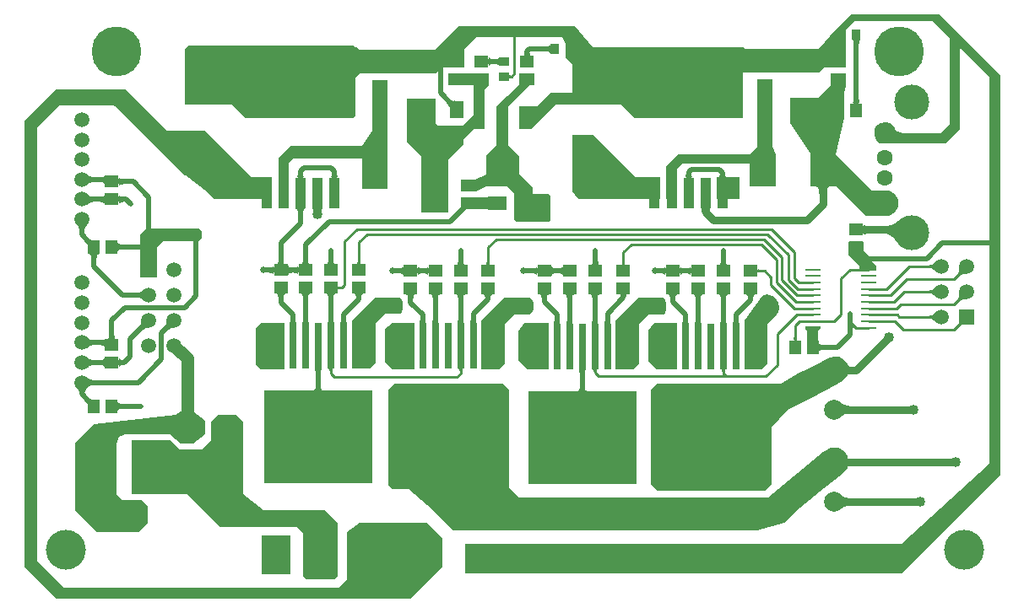
<source format=gtl>
G04 Layer_Physical_Order=1*
G04 Layer_Color=255*
%FSLAX25Y25*%
%MOIN*%
G70*
G01*
G75*
%ADD10R,0.03150X0.18110*%
%ADD11R,0.42520X0.37008*%
%ADD12R,0.06102X0.00984*%
%ADD13R,0.42520X0.27520*%
%ADD14R,0.04213X0.12441*%
%ADD15R,0.12795X0.08465*%
%ADD16R,0.04291X0.09016*%
%ADD17R,0.04567X0.05787*%
%ADD18R,0.05787X0.04567*%
%ADD19R,0.10236X0.12598*%
%ADD20R,0.06102X0.09449*%
%ADD21R,0.11024X0.09449*%
%ADD22R,0.07874X0.15748*%
%ADD23R,0.15748X0.07874*%
%ADD24R,0.07087X0.05315*%
%ADD25R,0.05315X0.07087*%
%ADD26R,0.03661X0.03858*%
%ADD27R,0.03858X0.03661*%
%ADD28C,0.02000*%
%ADD29C,0.03000*%
%ADD30C,0.01000*%
%ADD31C,0.05000*%
%ADD32C,0.03937*%
%ADD33C,0.13780*%
%ADD34C,0.06299*%
%ADD35C,0.07874*%
%ADD36R,0.04724X0.15354*%
%ADD37R,0.13780X0.04724*%
%ADD38C,0.05906*%
%ADD39R,0.05906X0.05906*%
%ADD40R,0.11811X0.15748*%
%ADD41C,0.15748*%
%ADD42C,0.19685*%
%ADD43C,0.02000*%
%ADD44C,0.02500*%
%ADD45C,0.04000*%
G36*
X32506Y-4764D02*
X32551Y-5404D01*
X32590Y-5664D01*
X32641Y-5884D01*
X32703Y-6064D01*
X32776Y-6204D01*
X32860Y-6304D01*
X32956Y-6364D01*
X33063Y-6384D01*
X29937D01*
X30044Y-6364D01*
X30140Y-6304D01*
X30224Y-6204D01*
X30297Y-6064D01*
X30359Y-5884D01*
X30410Y-5664D01*
X30449Y-5404D01*
X30477Y-5104D01*
X30500Y-4384D01*
X32500D01*
X32506Y-4764D01*
D02*
G37*
G36*
X37506D02*
X37551Y-5404D01*
X37590Y-5664D01*
X37641Y-5884D01*
X37703Y-6064D01*
X37776Y-6204D01*
X37860Y-6304D01*
X37956Y-6364D01*
X38063Y-6384D01*
X34937D01*
X35044Y-6364D01*
X35140Y-6304D01*
X35224Y-6204D01*
X35297Y-6064D01*
X35359Y-5884D01*
X35410Y-5664D01*
X35449Y-5404D01*
X35478Y-5104D01*
X35500Y-4384D01*
X37500D01*
X37506Y-4764D01*
D02*
G37*
G36*
X17506D02*
X17551Y-5404D01*
X17590Y-5664D01*
X17641Y-5884D01*
X17703Y-6064D01*
X17776Y-6204D01*
X17860Y-6304D01*
X17956Y-6364D01*
X18063Y-6384D01*
X14937D01*
X15044Y-6364D01*
X15140Y-6304D01*
X15224Y-6204D01*
X15297Y-6064D01*
X15359Y-5884D01*
X15410Y-5664D01*
X15449Y-5404D01*
X15477Y-5104D01*
X15500Y-4384D01*
X17500D01*
X17506Y-4764D01*
D02*
G37*
G36*
X22506D02*
X22551Y-5404D01*
X22590Y-5664D01*
X22641Y-5884D01*
X22703Y-6064D01*
X22776Y-6204D01*
X22860Y-6304D01*
X22956Y-6364D01*
X23063Y-6384D01*
X19937D01*
X20044Y-6364D01*
X20140Y-6304D01*
X20224Y-6204D01*
X20297Y-6064D01*
X20359Y-5884D01*
X20410Y-5664D01*
X20449Y-5404D01*
X20478Y-5104D01*
X20500Y-4384D01*
X22500D01*
X22506Y-4764D01*
D02*
G37*
G36*
X68256D02*
X68301Y-5404D01*
X68340Y-5664D01*
X68391Y-5884D01*
X68453Y-6064D01*
X68526Y-6204D01*
X68610Y-6304D01*
X68706Y-6364D01*
X68813Y-6384D01*
X65687D01*
X65794Y-6364D01*
X65890Y-6304D01*
X65974Y-6204D01*
X66047Y-6064D01*
X66109Y-5884D01*
X66160Y-5664D01*
X66199Y-5404D01*
X66228Y-5104D01*
X66250Y-4384D01*
X68250D01*
X68256Y-4764D01*
D02*
G37*
G36*
X88256D02*
X88301Y-5404D01*
X88340Y-5664D01*
X88391Y-5884D01*
X88453Y-6064D01*
X88526Y-6204D01*
X88610Y-6304D01*
X88706Y-6364D01*
X88813Y-6384D01*
X85687D01*
X85794Y-6364D01*
X85890Y-6304D01*
X85974Y-6204D01*
X86047Y-6064D01*
X86109Y-5884D01*
X86160Y-5664D01*
X86199Y-5404D01*
X86228Y-5104D01*
X86250Y-4384D01*
X88250D01*
X88256Y-4764D01*
D02*
G37*
G36*
X133264Y-5819D02*
X133305Y-5910D01*
X133374Y-6023D01*
X133471Y-6158D01*
X133747Y-6493D01*
X134368Y-7158D01*
X134630Y-7423D01*
X133929Y-8124D01*
X133957Y-8164D01*
X133823Y-8050D01*
X133703Y-7990D01*
X133597Y-7984D01*
X133505Y-8032D01*
X133427Y-8134D01*
X133363Y-8290D01*
X133314Y-8501D01*
X133257Y-9084D01*
X133250Y-9457D01*
X131250Y-5750D01*
X132250D01*
X132664Y-6335D01*
X133250Y-5749D01*
X133264Y-5819D01*
D02*
G37*
G36*
X73256Y-4764D02*
X73301Y-5404D01*
X73340Y-5664D01*
X73391Y-5884D01*
X73453Y-6064D01*
X73526Y-6204D01*
X73610Y-6304D01*
X73706Y-6364D01*
X73813Y-6384D01*
X70687D01*
X70794Y-6364D01*
X70890Y-6304D01*
X70974Y-6204D01*
X71047Y-6064D01*
X71109Y-5884D01*
X71160Y-5664D01*
X71199Y-5404D01*
X71228Y-5104D01*
X71250Y-4384D01*
X73250D01*
X73256Y-4764D01*
D02*
G37*
G36*
X83256D02*
X83301Y-5404D01*
X83340Y-5664D01*
X83391Y-5884D01*
X83453Y-6064D01*
X83526Y-6204D01*
X83610Y-6304D01*
X83706Y-6364D01*
X83813Y-6384D01*
X80687D01*
X80794Y-6364D01*
X80890Y-6304D01*
X80974Y-6204D01*
X81047Y-6064D01*
X81109Y-5884D01*
X81160Y-5664D01*
X81199Y-5404D01*
X81227Y-5104D01*
X81250Y-4384D01*
X83250D01*
X83256Y-4764D01*
D02*
G37*
G36*
X-168679Y-12010D02*
X-168459Y-12191D01*
X-168232Y-12351D01*
X-167999Y-12490D01*
X-167758Y-12607D01*
X-167510Y-12703D01*
X-167256Y-12778D01*
X-166994Y-12831D01*
X-166726Y-12863D01*
X-166450Y-12874D01*
Y-14874D01*
X-166726Y-14885D01*
X-166994Y-14917D01*
X-167256Y-14970D01*
X-167510Y-15045D01*
X-167758Y-15141D01*
X-167999Y-15258D01*
X-168232Y-15397D01*
X-168459Y-15557D01*
X-168679Y-15738D01*
X-168891Y-15941D01*
Y-11807D01*
X-168679Y-12010D01*
D02*
G37*
G36*
X-162120Y-15874D02*
X-162141Y-15684D01*
X-162201Y-15514D01*
X-162302Y-15364D01*
X-162443Y-15234D01*
X-162625Y-15124D01*
X-162846Y-15034D01*
X-163107Y-14964D01*
X-163409Y-14914D01*
X-163750Y-14884D01*
X-164132Y-14874D01*
Y-12874D01*
X-163752Y-12870D01*
X-162852Y-12810D01*
X-162632Y-12774D01*
X-162452Y-12730D01*
X-162312Y-12678D01*
X-162212Y-12618D01*
X-162152Y-12551D01*
X-162132Y-12475D01*
X-162120Y-15874D01*
D02*
G37*
G36*
X-72082Y-15943D02*
X-72117Y-16037D01*
X-72148Y-16165D01*
X-72175Y-16329D01*
X-72217Y-16761D01*
X-72248Y-17670D01*
X-72250Y-18043D01*
X-73250D01*
X-73252Y-17670D01*
X-73352Y-16165D01*
X-73383Y-16037D01*
X-73418Y-15943D01*
X-73458Y-15884D01*
X-72042D01*
X-72082Y-15943D01*
D02*
G37*
G36*
X119783Y-13912D02*
X119844Y-14082D01*
X119945Y-14232D01*
X120085Y-14362D01*
X120266Y-14472D01*
X120488Y-14562D01*
X120749Y-14632D01*
X121051Y-14682D01*
X121393Y-14712D01*
X121775Y-14722D01*
Y-16722D01*
X121393Y-16732D01*
X121051Y-16762D01*
X120749Y-16812D01*
X120488Y-16882D01*
X120266Y-16972D01*
X120085Y-17082D01*
X119945Y-17212D01*
X119844Y-17362D01*
X119783Y-17532D01*
X119763Y-17722D01*
Y-13722D01*
X119783Y-13912D01*
D02*
G37*
G36*
X111001Y-12061D02*
X111016Y-12233D01*
X111041Y-12384D01*
X111076Y-12516D01*
X111121Y-12627D01*
X111176Y-12718D01*
X111241Y-12789D01*
X111316Y-12840D01*
X111401Y-12870D01*
X111496Y-12880D01*
X109496D01*
X109591Y-12870D01*
X109676Y-12840D01*
X109751Y-12789D01*
X109816Y-12718D01*
X109871Y-12627D01*
X109916Y-12516D01*
X109951Y-12384D01*
X109976Y-12233D01*
X109991Y-12061D01*
X109996Y-11868D01*
X110996D01*
X111001Y-12061D01*
D02*
G37*
G36*
X-134655Y-8012D02*
X-134949Y-8019D01*
X-135233Y-8046D01*
X-135506Y-8093D01*
X-135769Y-8160D01*
X-136023Y-8247D01*
X-136266Y-8354D01*
X-136498Y-8482D01*
X-136721Y-8629D01*
X-136934Y-8796D01*
X-137136Y-8984D01*
X-138550Y-7569D01*
X-138363Y-7367D01*
X-138196Y-7154D01*
X-138049Y-6932D01*
X-137921Y-6699D01*
X-137814Y-6456D01*
X-137727Y-6203D01*
X-137660Y-5939D01*
X-137613Y-5666D01*
X-137586Y-5382D01*
X-137579Y-5089D01*
X-134655Y-8012D01*
D02*
G37*
G36*
X176812Y-6710D02*
X176734Y-6654D01*
X176642Y-6626D01*
X176536D01*
X176416Y-6654D01*
X176282Y-6710D01*
X176133Y-6795D01*
X175971Y-6908D01*
X175794Y-7050D01*
X175398Y-7418D01*
X174691Y-6710D01*
X174889Y-6505D01*
X175200Y-6138D01*
X175313Y-5975D01*
X175398Y-5827D01*
X175454Y-5692D01*
X175483Y-5572D01*
Y-5466D01*
X175454Y-5374D01*
X175398Y-5296D01*
X176812Y-6710D01*
D02*
G37*
G36*
X-158240Y-10857D02*
X-158210Y-11199D01*
X-158160Y-11501D01*
X-158090Y-11762D01*
X-158000Y-11984D01*
X-157890Y-12165D01*
X-157760Y-12306D01*
X-157610Y-12406D01*
X-157440Y-12466D01*
X-157250Y-12487D01*
X-161250D01*
X-161060Y-12466D01*
X-160890Y-12406D01*
X-160740Y-12306D01*
X-160610Y-12165D01*
X-160500Y-11984D01*
X-160410Y-11762D01*
X-160340Y-11501D01*
X-160290Y-11199D01*
X-160260Y-10857D01*
X-160250Y-10475D01*
X-158250D01*
X-158240Y-10857D01*
D02*
G37*
G36*
X-144656Y-8012D02*
X-144949Y-8019D01*
X-145233Y-8046D01*
X-145506Y-8093D01*
X-145770Y-8160D01*
X-146023Y-8247D01*
X-146266Y-8354D01*
X-146499Y-8482D01*
X-146721Y-8629D01*
X-146934Y-8796D01*
X-147136Y-8984D01*
X-148550Y-7569D01*
X-148363Y-7367D01*
X-148196Y-7154D01*
X-148048Y-6932D01*
X-147921Y-6699D01*
X-147814Y-6456D01*
X-147727Y-6203D01*
X-147660Y-5939D01*
X-147613Y-5666D01*
X-147586Y-5382D01*
X-147579Y-5089D01*
X-144656Y-8012D01*
D02*
G37*
G36*
X-39440Y5212D02*
X-39610Y5152D01*
X-39760Y5052D01*
X-39890Y4911D01*
X-40000Y4730D01*
X-40090Y4508D01*
X-40160Y4247D01*
X-40210Y3945D01*
X-40240Y3603D01*
X-40250Y3221D01*
X-42250D01*
X-42260Y3603D01*
X-42290Y3945D01*
X-42340Y4247D01*
X-42410Y4508D01*
X-42500Y4730D01*
X-42610Y4911D01*
X-42740Y5052D01*
X-42890Y5152D01*
X-43060Y5212D01*
X-43250Y5233D01*
X-39250D01*
X-39440Y5212D01*
D02*
G37*
G36*
X-29690Y5217D02*
X-29860Y5156D01*
X-30010Y5055D01*
X-30140Y4915D01*
X-30250Y4734D01*
X-30340Y4512D01*
X-30410Y4251D01*
X-30460Y3949D01*
X-30490Y3607D01*
X-30500Y3225D01*
X-32500D01*
X-32510Y3607D01*
X-32540Y3949D01*
X-32590Y4251D01*
X-32660Y4512D01*
X-32750Y4734D01*
X-32860Y4915D01*
X-32990Y5055D01*
X-33140Y5156D01*
X-33310Y5217D01*
X-33500Y5237D01*
X-29500D01*
X-29690Y5217D01*
D02*
G37*
G36*
X178309Y3278D02*
X177885Y3274D01*
X177124Y3223D01*
X176787Y3174D01*
X176480Y3111D01*
X176202Y3032D01*
X175953Y2938D01*
X175733Y2829D01*
X175543Y2705D01*
X175382Y2566D01*
X174674Y3273D01*
X174814Y3435D01*
X174938Y3625D01*
X175047Y3845D01*
X175140Y4094D01*
X175219Y4372D01*
X175283Y4679D01*
X175331Y5016D01*
X175383Y5777D01*
X175386Y6201D01*
X178309Y3278D01*
D02*
G37*
G36*
X-146735Y2874D02*
X-146947Y3077D01*
X-147167Y3258D01*
X-147394Y3418D01*
X-147627Y3557D01*
X-147868Y3674D01*
X-148116Y3770D01*
X-148370Y3845D01*
X-148632Y3898D01*
X-148900Y3930D01*
X-149176Y3941D01*
Y5941D01*
X-148900Y5952D01*
X-148632Y5984D01*
X-148370Y6037D01*
X-148116Y6112D01*
X-147868Y6208D01*
X-147627Y6325D01*
X-147394Y6464D01*
X-147167Y6624D01*
X-146947Y6805D01*
X-146735Y7008D01*
Y2874D01*
D02*
G37*
G36*
X64060Y5217D02*
X63890Y5156D01*
X63740Y5055D01*
X63610Y4915D01*
X63500Y4734D01*
X63410Y4512D01*
X63340Y4251D01*
X63290Y3949D01*
X63260Y3607D01*
X63250Y3225D01*
X61250D01*
X61240Y3607D01*
X61210Y3949D01*
X61160Y4251D01*
X61090Y4512D01*
X61000Y4734D01*
X60890Y4915D01*
X60760Y5055D01*
X60610Y5156D01*
X60440Y5217D01*
X60250Y5237D01*
X64250D01*
X64060Y5217D01*
D02*
G37*
G36*
X13310Y5220D02*
X13140Y5160D01*
X12990Y5060D01*
X12860Y4919D01*
X12750Y4738D01*
X12660Y4516D01*
X12590Y4255D01*
X12540Y3953D01*
X12510Y3611D01*
X12500Y3229D01*
X10500D01*
X10490Y3611D01*
X10460Y3953D01*
X10410Y4255D01*
X10340Y4516D01*
X10250Y4738D01*
X10140Y4919D01*
X10010Y5060D01*
X9860Y5160D01*
X9690Y5220D01*
X9500Y5240D01*
X13500D01*
X13310Y5220D01*
D02*
G37*
G36*
X23310D02*
X23140Y5160D01*
X22990Y5060D01*
X22860Y4919D01*
X22750Y4738D01*
X22660Y4516D01*
X22590Y4255D01*
X22540Y3953D01*
X22510Y3611D01*
X22500Y3229D01*
X20500D01*
X20490Y3611D01*
X20460Y3953D01*
X20410Y4255D01*
X20340Y4516D01*
X20250Y4738D01*
X20140Y4919D01*
X20010Y5060D01*
X19860Y5160D01*
X19690Y5220D01*
X19500Y5240D01*
X23500D01*
X23310Y5220D01*
D02*
G37*
G36*
X84060Y5217D02*
X83890Y5156D01*
X83740Y5055D01*
X83610Y4915D01*
X83500Y4734D01*
X83410Y4512D01*
X83340Y4251D01*
X83290Y3949D01*
X83260Y3607D01*
X83250Y3225D01*
X81250D01*
X81240Y3607D01*
X81210Y3949D01*
X81160Y4251D01*
X81090Y4512D01*
X81000Y4734D01*
X80890Y4915D01*
X80760Y5055D01*
X80610Y5156D01*
X80440Y5217D01*
X80250Y5237D01*
X84250D01*
X84060Y5217D01*
D02*
G37*
G36*
X-19690Y5220D02*
X-19860Y5160D01*
X-20010Y5060D01*
X-20140Y4919D01*
X-20250Y4738D01*
X-20340Y4516D01*
X-20410Y4255D01*
X-20460Y3953D01*
X-20490Y3611D01*
X-20500Y3229D01*
X-22500D01*
X-22510Y3611D01*
X-22540Y3953D01*
X-22590Y4255D01*
X-22660Y4516D01*
X-22750Y4738D01*
X-22860Y4919D01*
X-22990Y5060D01*
X-23140Y5160D01*
X-23310Y5220D01*
X-23500Y5240D01*
X-19500D01*
X-19690Y5220D01*
D02*
G37*
G36*
X-20494Y-4563D02*
X-20449Y-5203D01*
X-20410Y-5463D01*
X-20359Y-5683D01*
X-20297Y-5863D01*
X-20224Y-6003D01*
X-20140Y-6103D01*
X-20044Y-6163D01*
X-19937Y-6183D01*
X-23063D01*
X-22956Y-6163D01*
X-22860Y-6103D01*
X-22776Y-6003D01*
X-22703Y-5863D01*
X-22641Y-5683D01*
X-22590Y-5463D01*
X-22551Y-5203D01*
X-22523Y-4903D01*
X-22500Y-4183D01*
X-20500D01*
X-20494Y-4563D01*
D02*
G37*
G36*
X-15494D02*
X-15449Y-5203D01*
X-15410Y-5463D01*
X-15359Y-5683D01*
X-15297Y-5863D01*
X-15224Y-6003D01*
X-15140Y-6103D01*
X-15044Y-6163D01*
X-14937Y-6183D01*
X-18063D01*
X-17956Y-6163D01*
X-17860Y-6103D01*
X-17776Y-6003D01*
X-17703Y-5863D01*
X-17641Y-5683D01*
X-17590Y-5463D01*
X-17551Y-5203D01*
X-17523Y-4903D01*
X-17500Y-4183D01*
X-15500D01*
X-15494Y-4563D01*
D02*
G37*
G36*
X-35494D02*
X-35449Y-5203D01*
X-35410Y-5463D01*
X-35359Y-5683D01*
X-35297Y-5863D01*
X-35224Y-6003D01*
X-35140Y-6103D01*
X-35044Y-6163D01*
X-34937Y-6183D01*
X-38063D01*
X-37956Y-6163D01*
X-37860Y-6103D01*
X-37776Y-6003D01*
X-37703Y-5863D01*
X-37641Y-5683D01*
X-37590Y-5463D01*
X-37551Y-5203D01*
X-37523Y-4903D01*
X-37500Y-4183D01*
X-35500D01*
X-35494Y-4563D01*
D02*
G37*
G36*
X-30494D02*
X-30449Y-5203D01*
X-30410Y-5463D01*
X-30359Y-5683D01*
X-30297Y-5863D01*
X-30224Y-6003D01*
X-30140Y-6103D01*
X-30044Y-6163D01*
X-29937Y-6183D01*
X-33063D01*
X-32956Y-6163D01*
X-32860Y-6103D01*
X-32776Y-6003D01*
X-32703Y-5863D01*
X-32641Y-5683D01*
X-32590Y-5463D01*
X-32551Y-5203D01*
X-32522Y-4903D01*
X-32500Y-4183D01*
X-30500D01*
X-30494Y-4563D01*
D02*
G37*
G36*
X-86744Y-4514D02*
X-86699Y-5154D01*
X-86660Y-5414D01*
X-86609Y-5634D01*
X-86547Y-5814D01*
X-86474Y-5954D01*
X-86390Y-6054D01*
X-86294Y-6114D01*
X-86187Y-6134D01*
X-89313D01*
X-89206Y-6114D01*
X-89110Y-6054D01*
X-89026Y-5954D01*
X-88953Y-5814D01*
X-88891Y-5634D01*
X-88840Y-5414D01*
X-88801Y-5154D01*
X-88772Y-4854D01*
X-88750Y-4134D01*
X-86750D01*
X-86744Y-4514D01*
D02*
G37*
G36*
X-66744D02*
X-66699Y-5154D01*
X-66660Y-5414D01*
X-66609Y-5634D01*
X-66547Y-5814D01*
X-66474Y-5954D01*
X-66390Y-6054D01*
X-66294Y-6114D01*
X-66187Y-6134D01*
X-69313D01*
X-69206Y-6114D01*
X-69110Y-6054D01*
X-69026Y-5954D01*
X-68953Y-5814D01*
X-68891Y-5634D01*
X-68840Y-5414D01*
X-68801Y-5154D01*
X-68773Y-4854D01*
X-68750Y-4134D01*
X-66750D01*
X-66744Y-4514D01*
D02*
G37*
G36*
X166230Y-5837D02*
X165928Y-5539D01*
X165353Y-5037D01*
X165081Y-4834D01*
X164819Y-4661D01*
X164566Y-4520D01*
X164324Y-4411D01*
X164092Y-4332D01*
X163869Y-4285D01*
X163657Y-4270D01*
Y-3270D01*
X163869Y-3254D01*
X164092Y-3207D01*
X164324Y-3129D01*
X164566Y-3019D01*
X164819Y-2878D01*
X165081Y-2706D01*
X165353Y-2502D01*
X165928Y-2001D01*
X166230Y-1703D01*
Y-5837D01*
D02*
G37*
G36*
X-81744Y-4514D02*
X-81699Y-5154D01*
X-81660Y-5414D01*
X-81609Y-5634D01*
X-81547Y-5814D01*
X-81474Y-5954D01*
X-81390Y-6054D01*
X-81294Y-6114D01*
X-81187Y-6134D01*
X-84313D01*
X-84206Y-6114D01*
X-84110Y-6054D01*
X-84026Y-5954D01*
X-83953Y-5814D01*
X-83891Y-5634D01*
X-83840Y-5414D01*
X-83801Y-5154D01*
X-83772Y-4854D01*
X-83750Y-4134D01*
X-81750D01*
X-81744Y-4514D01*
D02*
G37*
G36*
X-71744D02*
X-71699Y-5154D01*
X-71660Y-5414D01*
X-71609Y-5634D01*
X-71547Y-5814D01*
X-71474Y-5954D01*
X-71390Y-6054D01*
X-71294Y-6114D01*
X-71187Y-6134D01*
X-74313D01*
X-74206Y-6114D01*
X-74110Y-6054D01*
X-74026Y-5954D01*
X-73953Y-5814D01*
X-73891Y-5634D01*
X-73840Y-5414D01*
X-73801Y-5154D01*
X-73773Y-4854D01*
X-73750Y-4134D01*
X-71750D01*
X-71744Y-4514D01*
D02*
G37*
G36*
X-20832Y-15992D02*
X-20867Y-16086D01*
X-20898Y-16215D01*
X-20925Y-16378D01*
X-20967Y-16810D01*
X-20998Y-17719D01*
X-21000Y-18092D01*
X-22000D01*
X-22002Y-17719D01*
X-22102Y-16215D01*
X-22133Y-16086D01*
X-22168Y-15992D01*
X-22208Y-15933D01*
X-20792D01*
X-20832Y-15992D01*
D02*
G37*
G36*
X-169223Y-32008D02*
X-169386Y-32197D01*
X-169530Y-32399D01*
X-169655Y-32614D01*
X-169760Y-32842D01*
X-169847Y-33082D01*
X-169914Y-33335D01*
X-169962Y-33601D01*
X-169990Y-33880D01*
X-170000Y-34172D01*
X-172000D01*
X-172010Y-33880D01*
X-172038Y-33601D01*
X-172086Y-33335D01*
X-172153Y-33082D01*
X-172240Y-32842D01*
X-172345Y-32614D01*
X-172470Y-32399D01*
X-172614Y-32197D01*
X-172777Y-32008D01*
X-172959Y-31831D01*
X-169041D01*
X-169223Y-32008D01*
D02*
G37*
G36*
X27510Y-31341D02*
X27540Y-31683D01*
X27590Y-31985D01*
X27660Y-32247D01*
X27750Y-32468D01*
X27860Y-32649D01*
X27990Y-32790D01*
X28140Y-32890D01*
X28310Y-32951D01*
X28500Y-32971D01*
X24500D01*
X24690Y-32951D01*
X24860Y-32890D01*
X25010Y-32790D01*
X25140Y-32649D01*
X25250Y-32468D01*
X25340Y-32247D01*
X25410Y-31985D01*
X25460Y-31683D01*
X25490Y-31341D01*
X25500Y-30959D01*
X27500D01*
X27510Y-31341D01*
D02*
G37*
G36*
X27504Y-34712D02*
X27534Y-35094D01*
X27560Y-35263D01*
X27595Y-35417D01*
X27636Y-35557D01*
X27685Y-35682D01*
X27742Y-35793D01*
X27806Y-35889D01*
X27878Y-35970D01*
X25122D01*
X25194Y-35889D01*
X25258Y-35793D01*
X25315Y-35682D01*
X25364Y-35557D01*
X25405Y-35417D01*
X25440Y-35263D01*
X25466Y-35094D01*
X25485Y-34910D01*
X25500Y-34499D01*
X27500D01*
X27504Y-34712D01*
D02*
G37*
G36*
X-76746Y-34462D02*
X-76716Y-34844D01*
X-76689Y-35013D01*
X-76656Y-35167D01*
X-76614Y-35307D01*
X-76565Y-35432D01*
X-76508Y-35543D01*
X-76444Y-35639D01*
X-76372Y-35720D01*
X-79128D01*
X-79056Y-35639D01*
X-78992Y-35543D01*
X-78935Y-35432D01*
X-78886Y-35307D01*
X-78844Y-35167D01*
X-78811Y-35013D01*
X-78784Y-34844D01*
X-78765Y-34660D01*
X-78750Y-34249D01*
X-76750D01*
X-76746Y-34462D01*
D02*
G37*
G36*
X-76740Y-31091D02*
X-76710Y-31433D01*
X-76660Y-31735D01*
X-76590Y-31997D01*
X-76500Y-32218D01*
X-76390Y-32399D01*
X-76260Y-32540D01*
X-76110Y-32640D01*
X-75940Y-32701D01*
X-75750Y-32721D01*
X-79750D01*
X-79560Y-32701D01*
X-79390Y-32640D01*
X-79240Y-32540D01*
X-79110Y-32399D01*
X-79000Y-32218D01*
X-78910Y-31997D01*
X-78840Y-31735D01*
X-78790Y-31433D01*
X-78760Y-31091D01*
X-78750Y-30709D01*
X-76750D01*
X-76740Y-31091D01*
D02*
G37*
G36*
X27956Y-24490D02*
X27860Y-24550D01*
X27776Y-24650D01*
X27703Y-24790D01*
X27641Y-24970D01*
X27590Y-25190D01*
X27551Y-25450D01*
X27523Y-25750D01*
X27500Y-26470D01*
X25500D01*
X25494Y-26090D01*
X25449Y-25450D01*
X25410Y-25190D01*
X25359Y-24970D01*
X25297Y-24790D01*
X25224Y-24650D01*
X25140Y-24550D01*
X25044Y-24490D01*
X24937Y-24470D01*
X28063D01*
X27956Y-24490D01*
D02*
G37*
G36*
X-76294Y-24240D02*
X-76390Y-24300D01*
X-76474Y-24400D01*
X-76547Y-24540D01*
X-76609Y-24720D01*
X-76660Y-24940D01*
X-76699Y-25200D01*
X-76727Y-25500D01*
X-76750Y-26220D01*
X-78750D01*
X-78756Y-25840D01*
X-78801Y-25200D01*
X-78840Y-24940D01*
X-78891Y-24720D01*
X-78953Y-24540D01*
X-79026Y-24400D01*
X-79110Y-24300D01*
X-79206Y-24240D01*
X-79313Y-24220D01*
X-76187D01*
X-76294Y-24240D01*
D02*
G37*
G36*
X-168679Y-27758D02*
X-168459Y-27939D01*
X-168232Y-28099D01*
X-167999Y-28238D01*
X-167758Y-28355D01*
X-167510Y-28451D01*
X-167256Y-28526D01*
X-166994Y-28579D01*
X-166726Y-28611D01*
X-166450Y-28622D01*
Y-30622D01*
X-166726Y-30633D01*
X-166994Y-30665D01*
X-167256Y-30718D01*
X-167510Y-30793D01*
X-167758Y-30889D01*
X-167999Y-31006D01*
X-168232Y-31145D01*
X-168459Y-31305D01*
X-168679Y-31486D01*
X-168891Y-31689D01*
Y-27555D01*
X-168679Y-27758D01*
D02*
G37*
G36*
X83144Y-26177D02*
X83295Y-26297D01*
X83451Y-26403D01*
X83613Y-26495D01*
X83780Y-26573D01*
X83954Y-26637D01*
X84133Y-26686D01*
X84319Y-26722D01*
X84510Y-26743D01*
X84707Y-26750D01*
X83500Y-27750D01*
X81293Y-26750D01*
X81479Y-26746D01*
X81637Y-26734D01*
X81767Y-26714D01*
X81870Y-26687D01*
X81944Y-26651D01*
X81990Y-26607D01*
X82009Y-26556D01*
X81999Y-26496D01*
X81962Y-26429D01*
X81897Y-26354D01*
X83000Y-26043D01*
X83144Y-26177D01*
D02*
G37*
G36*
X129065Y-74284D02*
X129333Y-74497D01*
X129616Y-74686D01*
X129913Y-74849D01*
X130225Y-74987D01*
X130551Y-75100D01*
X130892Y-75188D01*
X131248Y-75251D01*
X131618Y-75289D01*
X132002Y-75301D01*
Y-78301D01*
X131618Y-78314D01*
X131248Y-78351D01*
X130892Y-78414D01*
X130551Y-78502D01*
X130225Y-78615D01*
X129913Y-78753D01*
X129616Y-78917D01*
X129333Y-79105D01*
X129065Y-79318D01*
X128812Y-79557D01*
Y-74045D01*
X129065Y-74284D01*
D02*
G37*
G36*
X129750Y-20500D02*
X131250Y-22000D01*
X131523Y-23228D01*
X131618Y-23237D01*
X132002Y-23250D01*
Y-26250D01*
X131618Y-26263D01*
X131438Y-26281D01*
X131250Y-26750D01*
X129504Y-28757D01*
X126875Y-30375D01*
X122000Y-33000D01*
X116927Y-35850D01*
X107480Y-40458D01*
X101250Y-47500D01*
Y-70000D01*
X98750Y-72500D01*
X56250D01*
X53750Y-70000D01*
Y-32500D01*
X56250Y-30000D01*
X105000D01*
X111700Y-26150D01*
X113000Y-25500D01*
X114700Y-24650D01*
X118000Y-23000D01*
X124333Y-19833D01*
X126020Y-19500D01*
X128000D01*
X129750Y-20500D01*
D02*
G37*
G36*
X174000Y109250D02*
X191500Y91750D01*
Y-66000D01*
X152500Y-105000D01*
X-19750D01*
Y-93500D01*
X152500D01*
X187250Y-61750D01*
X187250Y91000D01*
X175500Y102750D01*
Y70500D01*
X170000Y65000D01*
X144000D01*
X142750Y66250D01*
X142000Y67750D01*
Y70500D01*
X142750Y72000D01*
X144250Y73000D01*
X146250Y73250D01*
X148250Y73000D01*
X149500Y71500D01*
X150250Y69750D01*
X153000Y68750D01*
X168000D01*
X171750Y72500D01*
Y106500D01*
X171000Y107250D01*
X165000Y113250D01*
X134000D01*
X130500Y109750D01*
Y105750D01*
Y105000D01*
X130750Y104250D01*
Y95000D01*
X122250D01*
X120000Y92750D01*
X90000D01*
Y75000D01*
X47250D01*
X42000Y80250D01*
X16000D01*
X6250Y70500D01*
X1750D01*
Y79500D01*
X8750D01*
X14250Y85000D01*
X22750D01*
Y96000D01*
X20000Y98750D01*
Y104250D01*
X18750Y106750D01*
X-15250D01*
X-20000Y102000D01*
Y95250D01*
X-20250Y95000D01*
X-29000D01*
X-31500Y92500D01*
X-61500D01*
X-63000Y91000D01*
Y75750D01*
X-64000Y74750D01*
X-106250D01*
X-111750Y80250D01*
X-130250D01*
Y94250D01*
Y102250D01*
X-129000Y103500D01*
X-63750D01*
X-63250Y103000D01*
X-62500D01*
X-61500Y102000D01*
X-31500D01*
X-22250Y111250D01*
X23750D01*
X30750Y103000D01*
X90250D01*
X91000Y102250D01*
X120000D01*
X126750Y109750D01*
X132750Y115750D01*
X167500D01*
X174000Y109250D01*
D02*
G37*
G36*
X-2500Y-32500D02*
Y-71250D01*
X1250Y-75000D01*
X100000D01*
X121500Y-57250D01*
X124500Y-55500D01*
X127500D01*
X129792Y-56750D01*
X131250Y-58750D01*
X131444Y-59720D01*
X131618Y-59737D01*
X132002Y-59750D01*
Y-62750D01*
X131618Y-62763D01*
X131409Y-62784D01*
X131250Y-63500D01*
X127875Y-66875D01*
X120125Y-72875D01*
X112500Y-79250D01*
X106250Y-85000D01*
X95750Y-88000D01*
X-24500D01*
X-32500Y-80000D01*
X-42000Y-71625D01*
X-48375D01*
X-50000Y-70000D01*
Y-53000D01*
Y-32500D01*
X-47500Y-30000D01*
X-5000D01*
X-2500Y-32500D01*
D02*
G37*
G36*
X-107500Y-45000D02*
Y-73750D01*
X-99276Y-80000D01*
X-75000D01*
X-70000Y-85000D01*
X-70000Y-106250D01*
X-71250Y-107500D01*
X-82500D01*
X-83750Y-106250D01*
X-83750Y-92500D01*
X-83750Y-89472D01*
X-84875Y-88125D01*
X-86023Y-86750D01*
X-116500D01*
X-129500Y-73750D01*
X-151250D01*
Y-52500D01*
X-136250D01*
X-132500Y-56250D01*
X-123750D01*
X-120000Y-52500D01*
Y-45000D01*
X-117500Y-42500D01*
X-110000D01*
X-107500Y-45000D01*
D02*
G37*
G36*
X-156966Y-37190D02*
X-156906Y-37360D01*
X-156806Y-37510D01*
X-156665Y-37640D01*
X-156484Y-37750D01*
X-156262Y-37840D01*
X-156001Y-37910D01*
X-155699Y-37960D01*
X-155357Y-37990D01*
X-154975Y-38000D01*
Y-40000D01*
X-155357Y-40010D01*
X-155699Y-40040D01*
X-156001Y-40090D01*
X-156262Y-40160D01*
X-156484Y-40250D01*
X-156665Y-40360D01*
X-156806Y-40490D01*
X-156906Y-40640D01*
X-156966Y-40810D01*
X-156987Y-41000D01*
Y-37000D01*
X-156966Y-37190D01*
D02*
G37*
G36*
X-168697Y-35129D02*
X-167924Y-35790D01*
X-167589Y-36026D01*
X-167289Y-36200D01*
X-167023Y-36312D01*
X-166792Y-36360D01*
X-166596Y-36346D01*
X-166434Y-36270D01*
X-166307Y-36130D01*
X-168513Y-39557D01*
X-168429Y-39375D01*
X-168395Y-39171D01*
X-168411Y-38944D01*
X-168478Y-38695D01*
X-168595Y-38423D01*
X-168763Y-38129D01*
X-168982Y-37813D01*
X-169250Y-37474D01*
X-169570Y-37112D01*
X-169940Y-36729D01*
X-169136Y-34704D01*
X-168697Y-35129D01*
D02*
G37*
G36*
X-122500Y-44875D02*
X-122500Y-50000D01*
X-127000Y-53750D01*
X-132000D01*
X-136250Y-50000D01*
X-154000Y-50250D01*
X-156250Y-51250D01*
X-157500Y-53750D01*
Y-73750D01*
X-155000Y-76250D01*
X-147500D01*
X-145000Y-78750D01*
Y-85000D01*
X-148750Y-88750D01*
X-165000D01*
X-173750Y-80000D01*
Y-53750D01*
X-166250Y-46250D01*
X-157500Y-45250D01*
X-134000Y-42500D01*
X-132000Y-41000D01*
X-127000D01*
X-122500Y-44875D01*
D02*
G37*
G36*
X129065Y-37784D02*
X129333Y-37997D01*
X129616Y-38186D01*
X129913Y-38349D01*
X130225Y-38487D01*
X130551Y-38600D01*
X130892Y-38688D01*
X131248Y-38751D01*
X131618Y-38789D01*
X132002Y-38801D01*
Y-41801D01*
X131618Y-41814D01*
X131248Y-41851D01*
X130892Y-41914D01*
X130551Y-42002D01*
X130225Y-42115D01*
X129913Y-42253D01*
X129616Y-42417D01*
X129333Y-42605D01*
X129065Y-42818D01*
X128812Y-43057D01*
Y-37545D01*
X129065Y-37784D01*
D02*
G37*
G36*
X-44750Y3250D02*
X-44250Y2000D01*
Y-500D01*
X-44750Y-1750D01*
X-45500Y-2500D01*
X-51250D01*
X-55000Y-6250D01*
Y-21750D01*
X-56000Y-23250D01*
X-57500Y-24250D01*
X-64250D01*
Y-5000D01*
X-55250Y4000D01*
X-45500D01*
X-44750Y3250D01*
D02*
G37*
G36*
X-168679Y-19884D02*
X-168459Y-20065D01*
X-168232Y-20225D01*
X-167999Y-20364D01*
X-167758Y-20481D01*
X-167510Y-20577D01*
X-167256Y-20652D01*
X-166994Y-20705D01*
X-166726Y-20737D01*
X-166450Y-20748D01*
Y-22748D01*
X-166726Y-22759D01*
X-166994Y-22791D01*
X-167256Y-22844D01*
X-167510Y-22919D01*
X-167758Y-23015D01*
X-167999Y-23132D01*
X-168232Y-23271D01*
X-168459Y-23431D01*
X-168679Y-23612D01*
X-168891Y-23815D01*
Y-19681D01*
X-168679Y-19884D01*
D02*
G37*
G36*
X64000Y-24500D02*
X56000D01*
X52500Y-21500D01*
Y-9250D01*
X55000Y-6250D01*
X64000D01*
Y-24500D01*
D02*
G37*
G36*
X100500Y5000D02*
X101500Y4500D01*
X102500Y3750D01*
X103250Y3000D01*
X104000Y2000D01*
X104375Y250D01*
Y-750D01*
X104000Y-1750D01*
X103125Y-2625D01*
X99750Y-6500D01*
Y-22000D01*
X98750Y-23500D01*
X97250Y-24500D01*
X90500D01*
Y-5250D01*
X97750Y4500D01*
X98250Y5000D01*
X99313Y5313D01*
X100500Y5000D01*
D02*
G37*
G36*
X-162120Y-23748D02*
X-162140Y-23558D01*
X-162200Y-23388D01*
X-162301Y-23238D01*
X-162442Y-23108D01*
X-162623Y-22998D01*
X-162844Y-22908D01*
X-163106Y-22838D01*
X-163407Y-22788D01*
X-163749Y-22758D01*
X-164132Y-22748D01*
Y-20748D01*
X-163749Y-20738D01*
X-163407Y-20708D01*
X-163106Y-20658D01*
X-162844Y-20588D01*
X-162623Y-20498D01*
X-162442Y-20388D01*
X-162301Y-20258D01*
X-162200Y-20108D01*
X-162140Y-19938D01*
X-162120Y-19748D01*
Y-23748D01*
D02*
G37*
G36*
X32168Y-16193D02*
X32133Y-16287D01*
X32102Y-16416D01*
X32075Y-16579D01*
X32033Y-17011D01*
X32002Y-17920D01*
X32000Y-18293D01*
X31000D01*
X30998Y-17920D01*
X30898Y-16416D01*
X30867Y-16287D01*
X30832Y-16193D01*
X30792Y-16134D01*
X32208D01*
X32168Y-16193D01*
D02*
G37*
G36*
X82918D02*
X82883Y-16287D01*
X82852Y-16416D01*
X82825Y-16579D01*
X82783Y-17011D01*
X82752Y-17920D01*
X82750Y-18293D01*
X81750D01*
X81748Y-17920D01*
X81648Y-16416D01*
X81617Y-16287D01*
X81582Y-16193D01*
X81542Y-16134D01*
X82958D01*
X82918Y-16193D01*
D02*
G37*
G36*
X-156348Y-19938D02*
X-156288Y-20108D01*
X-156188Y-20258D01*
X-156048Y-20388D01*
X-155868Y-20498D01*
X-155648Y-20588D01*
X-155388Y-20658D01*
X-155088Y-20708D01*
X-154748Y-20738D01*
X-154368Y-20748D01*
Y-22748D01*
X-154748Y-22758D01*
X-155088Y-22788D01*
X-155388Y-22838D01*
X-155648Y-22908D01*
X-155868Y-22998D01*
X-156048Y-23108D01*
X-156188Y-23238D01*
X-156288Y-23388D01*
X-156348Y-23558D01*
X-156368Y-23748D01*
Y-19748D01*
X-156348Y-19938D01*
D02*
G37*
G36*
X120500Y-8500D02*
X119750Y-9250D01*
Y-18500D01*
X115250D01*
Y-9250D01*
X114500Y-8500D01*
Y-7500D01*
X120500D01*
Y-8500D01*
D02*
G37*
G36*
X-20595Y-24268D02*
X-20680Y-24298D01*
X-20755Y-24349D01*
X-20820Y-24419D01*
X-20875Y-24510D01*
X-20920Y-24622D01*
X-20955Y-24753D01*
X-20980Y-24905D01*
X-20995Y-25077D01*
X-21000Y-25269D01*
X-22000D01*
X-22005Y-25077D01*
X-22020Y-24905D01*
X-22045Y-24753D01*
X-22080Y-24622D01*
X-22125Y-24510D01*
X-22180Y-24419D01*
X-22245Y-24349D01*
X-22320Y-24298D01*
X-22405Y-24268D01*
X-22500Y-24258D01*
X-20500D01*
X-20595Y-24268D01*
D02*
G37*
G36*
X-71845Y-24218D02*
X-71930Y-24249D01*
X-72005Y-24299D01*
X-72070Y-24370D01*
X-72125Y-24461D01*
X-72170Y-24573D01*
X-72205Y-24704D01*
X-72230Y-24856D01*
X-72245Y-25028D01*
X-72250Y-25220D01*
X-73250D01*
X-73255Y-25028D01*
X-73270Y-24856D01*
X-73295Y-24704D01*
X-73330Y-24573D01*
X-73375Y-24461D01*
X-73430Y-24370D01*
X-73495Y-24299D01*
X-73570Y-24249D01*
X-73655Y-24218D01*
X-73750Y-24208D01*
X-71750D01*
X-71845Y-24218D01*
D02*
G37*
G36*
X32405Y-24468D02*
X32320Y-24499D01*
X32245Y-24549D01*
X32180Y-24620D01*
X32125Y-24711D01*
X32080Y-24823D01*
X32045Y-24954D01*
X32020Y-25106D01*
X32005Y-25278D01*
X32000Y-25470D01*
X31000D01*
X30995Y-25278D01*
X30980Y-25106D01*
X30955Y-24954D01*
X30920Y-24823D01*
X30875Y-24711D01*
X30820Y-24620D01*
X30755Y-24549D01*
X30680Y-24499D01*
X30595Y-24468D01*
X30500Y-24458D01*
X32500D01*
X32405Y-24468D01*
D02*
G37*
G36*
X83155D02*
X83070Y-24499D01*
X82995Y-24549D01*
X82930Y-24620D01*
X82875Y-24711D01*
X82830Y-24823D01*
X82795Y-24954D01*
X82770Y-25106D01*
X82755Y-25278D01*
X82750Y-25470D01*
X81750D01*
X81745Y-25278D01*
X81730Y-25106D01*
X81705Y-24954D01*
X81670Y-24823D01*
X81625Y-24711D01*
X81570Y-24620D01*
X81505Y-24549D01*
X81430Y-24499D01*
X81345Y-24468D01*
X81250Y-24458D01*
X83250D01*
X83155Y-24468D01*
D02*
G37*
G36*
X-91000Y-24500D02*
X-100500D01*
X-102500Y-22500D01*
Y-8250D01*
X-100250Y-6000D01*
X-91000D01*
Y-24500D01*
D02*
G37*
G36*
X13250D02*
X5000D01*
X1250Y-21250D01*
Y-9500D01*
X3750Y-6250D01*
X13250D01*
Y-24500D01*
D02*
G37*
G36*
X59250Y3000D02*
X59750Y1750D01*
Y-750D01*
X59250Y-2000D01*
X58500Y-2750D01*
X52750D01*
X49000Y-6500D01*
Y-22000D01*
X48000Y-23500D01*
X46500Y-24500D01*
X39750D01*
Y-5250D01*
X48750Y3750D01*
X58500D01*
X59250Y3000D01*
D02*
G37*
G36*
X-39750Y-24500D02*
X-48500D01*
X-51250Y-21750D01*
Y-8500D01*
X-48500Y-6000D01*
X-39750D01*
Y-24500D01*
D02*
G37*
G36*
X6500Y3250D02*
X7000Y2500D01*
X7250Y1750D01*
Y-750D01*
X7000Y-1500D01*
X6500Y-2250D01*
X5500Y-2750D01*
X-250D01*
X-4000Y-6500D01*
Y-22000D01*
X-5000Y-23500D01*
X-6500Y-24500D01*
X-13250D01*
Y-5250D01*
X-4250Y3750D01*
X5500D01*
X6500Y3250D01*
D02*
G37*
G36*
X33310Y5220D02*
X33140Y5160D01*
X32990Y5060D01*
X32860Y4919D01*
X32750Y4738D01*
X32660Y4516D01*
X32590Y4255D01*
X32540Y3953D01*
X32510Y3611D01*
X32500Y3229D01*
X30500D01*
X30490Y3611D01*
X30460Y3953D01*
X30410Y4255D01*
X30340Y4516D01*
X30250Y4738D01*
X30140Y4919D01*
X30010Y5060D01*
X29860Y5160D01*
X29690Y5220D01*
X29500Y5240D01*
X33500D01*
X33310Y5220D01*
D02*
G37*
G36*
X-156348Y44560D02*
X-156288Y44390D01*
X-156188Y44240D01*
X-156048Y44110D01*
X-155868Y44000D01*
X-155648Y43910D01*
X-155388Y43840D01*
X-155088Y43790D01*
X-154748Y43760D01*
X-154368Y43750D01*
Y41750D01*
X-154748Y41740D01*
X-155088Y41710D01*
X-155388Y41660D01*
X-155648Y41590D01*
X-155868Y41500D01*
X-156048Y41390D01*
X-156188Y41260D01*
X-156288Y41110D01*
X-156348Y40940D01*
X-156368Y40750D01*
Y44750D01*
X-156348Y44560D01*
D02*
G37*
G36*
X-162120Y40752D02*
X-162140Y40942D01*
X-162200Y41112D01*
X-162301Y41262D01*
X-162442Y41392D01*
X-162623Y41502D01*
X-162844Y41592D01*
X-163106Y41662D01*
X-163407Y41712D01*
X-163749Y41742D01*
X-164132Y41752D01*
Y43752D01*
X-163749Y43762D01*
X-163407Y43792D01*
X-163106Y43842D01*
X-162844Y43912D01*
X-162623Y44002D01*
X-162442Y44112D01*
X-162301Y44242D01*
X-162200Y44392D01*
X-162140Y44562D01*
X-162120Y44752D01*
Y40752D01*
D02*
G37*
G36*
X-3500Y38500D02*
X-10500D01*
X-11000Y39000D01*
X-17958D01*
X-17943Y38991D01*
X-17963Y39000D01*
X-18865D01*
X-19077Y38909D01*
X-19371Y38741D01*
X-19687Y38522D01*
X-20026Y38254D01*
X-20388Y37934D01*
X-20772Y37564D01*
X-22796Y38368D01*
X-22371Y38807D01*
X-21710Y39580D01*
X-21500Y39878D01*
Y43500D01*
X-11000D01*
X-10500Y44000D01*
X-3500D01*
Y38500D01*
D02*
G37*
G36*
X-168679Y44616D02*
X-168459Y44435D01*
X-168232Y44275D01*
X-167999Y44136D01*
X-167758Y44019D01*
X-167510Y43923D01*
X-167256Y43848D01*
X-166994Y43795D01*
X-166726Y43763D01*
X-166450Y43752D01*
Y41752D01*
X-166726Y41741D01*
X-166994Y41709D01*
X-167256Y41656D01*
X-167510Y41581D01*
X-167758Y41485D01*
X-167999Y41368D01*
X-168232Y41229D01*
X-168459Y41069D01*
X-168679Y40888D01*
X-168891Y40685D01*
Y44819D01*
X-168679Y44616D01*
D02*
G37*
G36*
X-137500Y70000D02*
X-122500D01*
X-104000Y51500D01*
X-96000D01*
Y43000D01*
X-119000D01*
X-121500Y45500D01*
X-129992Y52250D01*
X-130500D01*
X-158250Y80000D01*
X-180000D01*
X-188750Y71250D01*
Y-100000D01*
X-178000Y-110750D01*
X-69500D01*
X-66250Y-107500D01*
Y-105000D01*
Y-88750D01*
X-61250Y-85000D01*
X-35000D01*
X-28750Y-91250D01*
Y-102750D01*
X-35000Y-108750D01*
X-41250Y-115000D01*
X-181250D01*
X-193750Y-102500D01*
Y73750D01*
X-181250Y86250D01*
X-153750D01*
X-137500Y70000D01*
D02*
G37*
G36*
X124276Y47945D02*
X124021Y47854D01*
X123796Y47704D01*
X123601Y47493D01*
X123436Y47222D01*
X123301Y46891D01*
X123196Y46499D01*
X123121Y46047D01*
X123076Y45535D01*
X123061Y44963D01*
X120061D01*
X120046Y45535D01*
X120001Y46047D01*
X119926Y46499D01*
X119821Y46891D01*
X119686Y47222D01*
X119521Y47493D01*
X119326Y47704D01*
X119101Y47854D01*
X118846Y47945D01*
X118561Y47975D01*
X124561D01*
X124276Y47945D01*
D02*
G37*
G36*
X-77055Y47111D02*
X-77028Y46711D01*
X-77012Y46601D01*
X-76992Y46502D01*
X-76969Y46415D01*
X-76942Y46340D01*
X-76911Y46277D01*
X-76877Y46225D01*
X-79237D01*
X-79203Y46277D01*
X-79172Y46340D01*
X-79145Y46415D01*
X-79122Y46502D01*
X-79102Y46601D01*
X-79086Y46711D01*
X-79064Y46966D01*
X-79057Y47268D01*
X-77057D01*
X-77055Y47111D01*
D02*
G37*
G36*
X47500Y51500D02*
X57250D01*
Y43000D01*
X25000D01*
X22750Y45750D01*
Y52500D01*
Y68250D01*
X30750D01*
X47500Y51500D01*
D02*
G37*
G36*
X82894Y53009D02*
X82920Y52692D01*
X82963Y52411D01*
X83023Y52168D01*
X83100Y51963D01*
X83194Y51795D01*
X83306Y51664D01*
X83434Y51570D01*
X83580Y51514D01*
X83705Y51500D01*
X88750D01*
Y43000D01*
X79750D01*
Y51500D01*
X80067D01*
X80192Y51514D01*
X80338Y51570D01*
X80466Y51664D01*
X80577Y51795D01*
X80672Y51963D01*
X80749Y52168D01*
X80809Y52411D01*
X80852Y52692D01*
X80877Y53009D01*
X80886Y53364D01*
X82886D01*
X82894Y53009D01*
D02*
G37*
G36*
X137662Y32879D02*
X137752Y32748D01*
X137902Y32632D01*
X138112Y32532D01*
X138382Y32447D01*
X138712Y32377D01*
X139102Y32323D01*
X140062Y32262D01*
X140632Y32254D01*
Y29254D01*
X140062Y29246D01*
X138712Y29131D01*
X138382Y29061D01*
X138112Y28976D01*
X137902Y28876D01*
X137752Y28760D01*
X137662Y28629D01*
X137632Y28482D01*
Y33025D01*
X137662Y32879D01*
D02*
G37*
G36*
X-169136Y32557D02*
X-169317Y32337D01*
X-169477Y32110D01*
X-169616Y31877D01*
X-169733Y31636D01*
X-169829Y31388D01*
X-169904Y31134D01*
X-169957Y30872D01*
X-169989Y30604D01*
X-170000Y30328D01*
X-172000D01*
X-172011Y30604D01*
X-172043Y30872D01*
X-172096Y31134D01*
X-172171Y31388D01*
X-172267Y31636D01*
X-172384Y31877D01*
X-172523Y32110D01*
X-172683Y32337D01*
X-172864Y32557D01*
X-173067Y32769D01*
X-168933D01*
X-169136Y32557D01*
D02*
G37*
G36*
X-168697Y27871D02*
X-167924Y27210D01*
X-167589Y26974D01*
X-167289Y26800D01*
X-167023Y26689D01*
X-166792Y26640D01*
X-166596Y26654D01*
X-166434Y26730D01*
X-166307Y26870D01*
X-168513Y23443D01*
X-168429Y23625D01*
X-168395Y23829D01*
X-168411Y24056D01*
X-168478Y24305D01*
X-168595Y24577D01*
X-168763Y24871D01*
X-168982Y25187D01*
X-169250Y25526D01*
X-169570Y25888D01*
X-169940Y26272D01*
X-169136Y28296D01*
X-168697Y27871D01*
D02*
G37*
G36*
X151022Y25650D02*
X150535Y26335D01*
X150039Y26947D01*
X149534Y27488D01*
X149019Y27957D01*
X148495Y28353D01*
X147961Y28677D01*
X147417Y28930D01*
X146864Y29110D01*
X146302Y29218D01*
X145730Y29254D01*
X146310Y32254D01*
X146803Y32283D01*
X147331Y32369D01*
X147893Y32513D01*
X148491Y32714D01*
X149123Y32973D01*
X149790Y33289D01*
X151229Y34094D01*
X152001Y34582D01*
X152808Y35129D01*
X151022Y25650D01*
D02*
G37*
G36*
X7500Y88000D02*
X5750D01*
X-2750Y79500D01*
Y70500D01*
Y64250D01*
X1500Y60000D01*
Y52750D01*
X7000Y47250D01*
Y45000D01*
X13250D01*
X14000Y44250D01*
Y34500D01*
X13250Y33750D01*
X500D01*
X-250Y34500D01*
Y38500D01*
Y45000D01*
X-3000Y47750D01*
X-11500D01*
X-15500Y46000D01*
X-21500D01*
Y50500D01*
X-15750D01*
X-11500Y52500D01*
Y60000D01*
X-7250Y64250D01*
Y70500D01*
Y79500D01*
X1750Y88000D01*
Y92500D01*
X7500D01*
Y88000D01*
D02*
G37*
G36*
X-82940Y39083D02*
X-83110Y39022D01*
X-83260Y38922D01*
X-83390Y38781D01*
X-83500Y38600D01*
X-83590Y38378D01*
X-83660Y38117D01*
X-83710Y37815D01*
X-83740Y37473D01*
X-83750Y37091D01*
X-85750D01*
X-85760Y37473D01*
X-85790Y37815D01*
X-85840Y38117D01*
X-85910Y38378D01*
X-86000Y38600D01*
X-86110Y38781D01*
X-86240Y38922D01*
X-86390Y39022D01*
X-86560Y39083D01*
X-86750Y39103D01*
X-82750D01*
X-82940Y39083D01*
D02*
G37*
G36*
X76720Y39087D02*
X76714Y39041D01*
X76709Y38964D01*
X76693Y37557D01*
X73693D01*
X73659Y39103D01*
X76727D01*
X76720Y39087D01*
D02*
G37*
G36*
X130750Y87500D02*
X130000Y84750D01*
Y75000D01*
X126750Y60500D01*
X141000Y46250D01*
X147500D01*
X150000Y45000D01*
X151250Y42500D01*
Y41250D01*
Y40000D01*
X150000Y37500D01*
X147500Y36250D01*
X138500D01*
X126750Y48000D01*
X116500D01*
Y60500D01*
Y60750D01*
X108750Y73000D01*
Y82750D01*
X119500D01*
X124750Y88000D01*
Y92500D01*
X130750D01*
Y87500D01*
D02*
G37*
G36*
X-76125Y39082D02*
X-76215Y39021D01*
X-76296Y38919D01*
X-76365Y38775D01*
X-76424Y38591D01*
X-76472Y38366D01*
X-76509Y38100D01*
X-76536Y37793D01*
X-76557Y37057D01*
X-79557D01*
X-79562Y37446D01*
X-79642Y38366D01*
X-79690Y38591D01*
X-79749Y38775D01*
X-79819Y38919D01*
X-79899Y39021D01*
X-79989Y39082D01*
X-80091Y39103D01*
X-76023D01*
X-76125Y39082D01*
D02*
G37*
G36*
X135760Y82502D02*
X135790Y82162D01*
X135840Y81862D01*
X135910Y81602D01*
X136000Y81382D01*
X136110Y81202D01*
X136240Y81062D01*
X136390Y80962D01*
X136560Y80902D01*
X136750Y80882D01*
X132750D01*
X132940Y80902D01*
X133110Y80962D01*
X133260Y81062D01*
X133390Y81202D01*
X133500Y81382D01*
X133590Y81602D01*
X133660Y81862D01*
X133710Y82162D01*
X133740Y82502D01*
X133750Y82882D01*
X135750D01*
X135760Y82502D01*
D02*
G37*
G36*
X-2337Y91963D02*
X-2312Y91911D01*
X-2272Y91866D01*
X-2215Y91827D01*
X-2142Y91794D01*
X-2052Y91767D01*
X-1946Y91746D01*
X-1824Y91731D01*
X-1686Y91721D01*
X-1531Y91719D01*
Y90719D01*
X-1686Y90715D01*
X-1946Y90691D01*
X-2052Y90670D01*
X-2142Y90643D01*
X-2215Y90610D01*
X-2272Y90571D01*
X-2312Y90526D01*
X-2337Y90474D01*
X-2345Y90417D01*
Y92020D01*
X-2337Y91963D01*
D02*
G37*
G36*
X-10250Y88000D02*
X-12000Y86250D01*
Y79750D01*
Y70500D01*
X-16250D01*
X-20250Y66500D01*
Y64500D01*
X-26500Y58250D01*
Y47250D01*
Y37750D01*
X-26750Y37500D01*
X-37000D01*
Y47250D01*
Y59750D01*
X-42750Y65500D01*
Y82500D01*
X-31500D01*
Y73000D01*
X-30250Y71750D01*
X-20750D01*
X-16250Y76250D01*
Y88000D01*
X-26250D01*
Y92500D01*
X-10250D01*
Y88000D01*
D02*
G37*
G36*
X-26179Y82871D02*
X-25389Y82193D01*
X-25050Y81953D01*
X-24749Y81777D01*
X-24485Y81667D01*
X-24258Y81623D01*
X-24068Y81644D01*
X-23916Y81730D01*
X-23801Y81881D01*
X-25732Y78179D01*
X-25660Y78373D01*
X-25635Y78587D01*
X-25658Y78821D01*
X-25729Y79074D01*
X-25848Y79347D01*
X-26015Y79640D01*
X-26229Y79952D01*
X-26491Y80284D01*
X-26801Y80636D01*
X-27158Y81008D01*
X-26630Y83308D01*
X-26179Y82871D01*
D02*
G37*
G36*
X-10360Y99068D02*
X-10300Y98898D01*
X-10199Y98748D01*
X-10058Y98618D01*
X-9877Y98508D01*
X-9656Y98418D01*
X-9394Y98348D01*
X-9093Y98298D01*
X-8751Y98268D01*
X-8368Y98258D01*
Y96258D01*
X-8751Y96248D01*
X-9093Y96218D01*
X-9394Y96168D01*
X-9656Y96098D01*
X-9877Y96008D01*
X-10058Y95898D01*
X-10199Y95768D01*
X-10300Y95618D01*
X-10360Y95448D01*
X-10380Y95258D01*
Y99258D01*
X-10360Y99068D01*
D02*
G37*
G36*
X13931Y100333D02*
X13911Y100507D01*
X13851Y100663D01*
X13751Y100801D01*
X13611Y100920D01*
X13431Y101021D01*
X13211Y101103D01*
X12951Y101168D01*
X12651Y101213D01*
X12311Y101241D01*
X11931Y101250D01*
Y103250D01*
X12311Y103259D01*
X12651Y103287D01*
X12951Y103332D01*
X13211Y103397D01*
X13431Y103479D01*
X13611Y103580D01*
X13751Y103699D01*
X13851Y103837D01*
X13911Y103993D01*
X13931Y104167D01*
Y100333D01*
D02*
G37*
G36*
X136413Y105813D02*
X136274Y105753D01*
X136151Y105653D01*
X136045Y105513D01*
X135955Y105333D01*
X135881Y105113D01*
X135824Y104853D01*
X135783Y104553D01*
X135758Y104213D01*
X135750Y103833D01*
X133750D01*
X133742Y104213D01*
X133676Y104853D01*
X133619Y105113D01*
X133545Y105333D01*
X133455Y105513D01*
X133349Y105653D01*
X133226Y105753D01*
X133087Y105813D01*
X132931Y105833D01*
X136569D01*
X136413Y105813D01*
D02*
G37*
G36*
X-6167Y95463D02*
X-6187Y95614D01*
X-6247Y95749D01*
X-6347Y95868D01*
X-6487Y95972D01*
X-6667Y96059D01*
X-6887Y96131D01*
X-7147Y96186D01*
X-7447Y96226D01*
X-7787Y96250D01*
X-8167Y96258D01*
Y98258D01*
X-7787Y98266D01*
X-7147Y98334D01*
X-6887Y98393D01*
X-6667Y98469D01*
X-6487Y98561D01*
X-6347Y98671D01*
X-6247Y98797D01*
X-6187Y98940D01*
X-6167Y99100D01*
Y95463D01*
D02*
G37*
G36*
X5757Y100920D02*
X5815Y100364D01*
X5866Y100139D01*
X5931Y99948D01*
X6011Y99791D01*
X6105Y99670D01*
X6214Y99583D01*
X6337Y99531D01*
X6475Y99513D01*
X3025D01*
X3163Y99531D01*
X3286Y99583D01*
X3395Y99670D01*
X3489Y99791D01*
X3569Y99948D01*
X3634Y100139D01*
X3685Y100364D01*
X3721Y100625D01*
X3743Y100920D01*
X3750Y101250D01*
X5750D01*
X5757Y100920D01*
D02*
G37*
G36*
X101750Y63500D02*
X103000Y60500D01*
Y47750D01*
X92750D01*
Y56875D01*
X66125D01*
X64000Y54750D01*
Y43000D01*
X59750D01*
Y56000D01*
X64250Y60500D01*
X92750D01*
X95750Y63500D01*
Y90250D01*
X101750D01*
Y63500D01*
D02*
G37*
G36*
X-156348Y51568D02*
X-156288Y51398D01*
X-156188Y51248D01*
X-156048Y51118D01*
X-155868Y51008D01*
X-155648Y50918D01*
X-155388Y50848D01*
X-155088Y50798D01*
X-154748Y50768D01*
X-154368Y50758D01*
Y48758D01*
X-154748Y48748D01*
X-155088Y48718D01*
X-155388Y48668D01*
X-155648Y48598D01*
X-155868Y48508D01*
X-156048Y48398D01*
X-156188Y48268D01*
X-156288Y48118D01*
X-156348Y47948D01*
X-156368Y47758D01*
Y51758D01*
X-156348Y51568D01*
D02*
G37*
G36*
X76195Y47111D02*
X76222Y46711D01*
X76238Y46601D01*
X76258Y46502D01*
X76281Y46415D01*
X76308Y46340D01*
X76339Y46277D01*
X76373Y46225D01*
X74013D01*
X74047Y46277D01*
X74078Y46340D01*
X74105Y46415D01*
X74128Y46502D01*
X74148Y46601D01*
X74164Y46711D01*
X74186Y46966D01*
X74193Y47268D01*
X76193D01*
X76195Y47111D01*
D02*
G37*
G36*
X-50250Y63750D02*
Y58750D01*
Y47000D01*
X-60500D01*
Y58750D01*
X-87750D01*
X-89250Y57250D01*
Y43000D01*
X-93500D01*
Y59000D01*
X-88750Y63750D01*
X-60500D01*
X-56500Y70000D01*
Y90000D01*
X-50250D01*
Y63750D01*
D02*
G37*
G36*
X-168679Y52490D02*
X-168459Y52309D01*
X-168232Y52149D01*
X-167999Y52010D01*
X-167758Y51893D01*
X-167510Y51797D01*
X-167256Y51722D01*
X-166994Y51669D01*
X-166726Y51637D01*
X-166450Y51626D01*
Y49626D01*
X-166726Y49615D01*
X-166994Y49583D01*
X-167256Y49530D01*
X-167510Y49455D01*
X-167758Y49359D01*
X-167999Y49242D01*
X-168232Y49103D01*
X-168459Y48943D01*
X-168679Y48762D01*
X-168891Y48559D01*
Y52693D01*
X-168679Y52490D01*
D02*
G37*
G36*
X-70354Y53125D02*
X-70324Y52783D01*
X-70274Y52482D01*
X-70204Y52220D01*
X-70114Y51999D01*
X-70004Y51818D01*
X-69874Y51677D01*
X-69724Y51576D01*
X-69554Y51516D01*
X-69364Y51496D01*
X-73364D01*
X-73174Y51516D01*
X-73004Y51576D01*
X-72854Y51677D01*
X-72724Y51818D01*
X-72614Y51999D01*
X-72524Y52220D01*
X-72454Y52482D01*
X-72404Y52783D01*
X-72374Y53125D01*
X-72364Y53508D01*
X-70364D01*
X-70354Y53125D01*
D02*
G37*
G36*
X69510Y53119D02*
X69540Y52778D01*
X69589Y52478D01*
X69659Y52217D01*
X69748Y51997D01*
X69857Y51816D01*
X69986Y51676D01*
X70135Y51576D01*
X70304Y51516D01*
X70492Y51496D01*
X66508D01*
X66696Y51516D01*
X66865Y51576D01*
X67014Y51676D01*
X67143Y51816D01*
X67252Y51997D01*
X67341Y52217D01*
X67411Y52478D01*
X67460Y52778D01*
X67490Y53119D01*
X67500Y53500D01*
X69500D01*
X69510Y53119D01*
D02*
G37*
G36*
X-162120Y48626D02*
X-162141Y48816D01*
X-162201Y48986D01*
X-162302Y49136D01*
X-162443Y49266D01*
X-162625Y49376D01*
X-162846Y49466D01*
X-163107Y49536D01*
X-163409Y49586D01*
X-163750Y49616D01*
X-164132Y49626D01*
Y51626D01*
X-163752Y51630D01*
X-162852Y51691D01*
X-162632Y51727D01*
X-162452Y51771D01*
X-162312Y51824D01*
X-162212Y51884D01*
X-162152Y51953D01*
X-162132Y52029D01*
X-162120Y48626D01*
D02*
G37*
G36*
X-83740Y53125D02*
X-83710Y52783D01*
X-83660Y52482D01*
X-83590Y52220D01*
X-83500Y51999D01*
X-83390Y51818D01*
X-83260Y51677D01*
X-83110Y51576D01*
X-82940Y51516D01*
X-82750Y51496D01*
X-86750D01*
X-86560Y51516D01*
X-86390Y51576D01*
X-86240Y51677D01*
X-86110Y51818D01*
X-86000Y51999D01*
X-85910Y52220D01*
X-85840Y52482D01*
X-85790Y52783D01*
X-85760Y53125D01*
X-85750Y53508D01*
X-83750D01*
X-83740Y53125D01*
D02*
G37*
G36*
X-156966Y25810D02*
X-156906Y25640D01*
X-156806Y25490D01*
X-156665Y25360D01*
X-156484Y25250D01*
X-156262Y25160D01*
X-156001Y25090D01*
X-155699Y25040D01*
X-155357Y25010D01*
X-154975Y25000D01*
Y23000D01*
X-155357Y22990D01*
X-155699Y22960D01*
X-156001Y22910D01*
X-156262Y22840D01*
X-156484Y22750D01*
X-156665Y22640D01*
X-156806Y22510D01*
X-156906Y22360D01*
X-156966Y22190D01*
X-156987Y22000D01*
Y26000D01*
X-156966Y25810D01*
D02*
G37*
G36*
X-123750Y30000D02*
Y27500D01*
X-124750Y26250D01*
X-138750D01*
X-141250Y23750D01*
Y11750D01*
X-148000D01*
Y28750D01*
X-145500Y31250D01*
X-124750D01*
X-123750Y30000D01*
D02*
G37*
G36*
X-44120Y12500D02*
X-44140Y12690D01*
X-44200Y12860D01*
X-44301Y13010D01*
X-44442Y13140D01*
X-44623Y13250D01*
X-44844Y13340D01*
X-45106Y13410D01*
X-45407Y13460D01*
X-45749Y13490D01*
X-46132Y13500D01*
Y15500D01*
X-45749Y15510D01*
X-45407Y15540D01*
X-45106Y15590D01*
X-44844Y15660D01*
X-44623Y15750D01*
X-44442Y15860D01*
X-44301Y15990D01*
X-44200Y16140D01*
X-44140Y16310D01*
X-44120Y16500D01*
Y12500D01*
D02*
G37*
G36*
X-69870Y8655D02*
X-69840Y8570D01*
X-69789Y8495D01*
X-69718Y8430D01*
X-69627Y8375D01*
X-69516Y8330D01*
X-69384Y8295D01*
X-69233Y8270D01*
X-69061Y8255D01*
X-68868Y8250D01*
Y7250D01*
X-69061Y7245D01*
X-69233Y7230D01*
X-69384Y7205D01*
X-69516Y7170D01*
X-69627Y7125D01*
X-69718Y7070D01*
X-69789Y7005D01*
X-69840Y6930D01*
X-69870Y6845D01*
X-69880Y6750D01*
Y8750D01*
X-69870Y8655D01*
D02*
G37*
G36*
X-71984Y8418D02*
X-71890Y8383D01*
X-71762Y8352D01*
X-71598Y8325D01*
X-71166Y8283D01*
X-70257Y8252D01*
X-69884Y8250D01*
Y7250D01*
X-70257Y7248D01*
X-71762Y7148D01*
X-71890Y7117D01*
X-71984Y7082D01*
X-72043Y7042D01*
Y8458D01*
X-71984Y8418D01*
D02*
G37*
G36*
X59380Y12504D02*
X59360Y12694D01*
X59300Y12864D01*
X59199Y13014D01*
X59058Y13144D01*
X58877Y13254D01*
X58656Y13344D01*
X58394Y13414D01*
X58093Y13464D01*
X57751Y13494D01*
X57368Y13504D01*
Y15504D01*
X57751Y15514D01*
X58093Y15544D01*
X58394Y15594D01*
X58656Y15664D01*
X58877Y15754D01*
X59058Y15864D01*
X59199Y15994D01*
X59300Y16144D01*
X59360Y16314D01*
X59380Y16504D01*
Y12504D01*
D02*
G37*
G36*
X8618Y12508D02*
X8598Y12698D01*
X8538Y12868D01*
X8438Y13018D01*
X8298Y13148D01*
X8118Y13258D01*
X7898Y13348D01*
X7638Y13418D01*
X7338Y13468D01*
X6998Y13498D01*
X6618Y13508D01*
Y15508D01*
X6998Y15518D01*
X7338Y15548D01*
X7638Y15598D01*
X7898Y15668D01*
X8118Y15758D01*
X8298Y15868D01*
X8438Y15998D01*
X8538Y16148D01*
X8598Y16318D01*
X8618Y16508D01*
Y12508D01*
D02*
G37*
G36*
X14390Y16318D02*
X14450Y16148D01*
X14551Y15998D01*
X14692Y15868D01*
X14873Y15758D01*
X15094Y15668D01*
X15356Y15598D01*
X15657Y15548D01*
X15999Y15518D01*
X16382Y15508D01*
Y13508D01*
X15999Y13498D01*
X15657Y13468D01*
X15356Y13418D01*
X15094Y13348D01*
X14873Y13258D01*
X14692Y13148D01*
X14551Y13018D01*
X14450Y12868D01*
X14390Y12698D01*
X14370Y12508D01*
Y16508D01*
X14390Y16318D01*
D02*
G37*
G36*
X65152Y16314D02*
X65212Y16144D01*
X65312Y15994D01*
X65452Y15864D01*
X65632Y15754D01*
X65852Y15664D01*
X66112Y15594D01*
X66412Y15544D01*
X66752Y15514D01*
X67132Y15504D01*
Y13504D01*
X66752Y13494D01*
X66412Y13464D01*
X66112Y13414D01*
X65852Y13344D01*
X65632Y13254D01*
X65452Y13144D01*
X65312Y13014D01*
X65212Y12864D01*
X65152Y12694D01*
X65132Y12504D01*
Y16504D01*
X65152Y16314D01*
D02*
G37*
G36*
X69380Y12504D02*
X69360Y12694D01*
X69300Y12864D01*
X69199Y13014D01*
X69058Y13144D01*
X68877Y13254D01*
X68656Y13344D01*
X68394Y13414D01*
X68093Y13464D01*
X67751Y13494D01*
X67368Y13504D01*
Y15504D01*
X67751Y15514D01*
X68093Y15544D01*
X68394Y15594D01*
X68656Y15664D01*
X68877Y15754D01*
X69058Y15864D01*
X69199Y15994D01*
X69300Y16144D01*
X69360Y16314D01*
X69380Y16504D01*
Y12504D01*
D02*
G37*
G36*
X-8961Y5217D02*
X-9126Y5157D01*
X-9273Y5058D01*
X-9399Y4919D01*
X-9506Y4740D01*
X-9594Y4521D01*
X-9662Y4263D01*
X-9711Y3965D01*
X-9740Y3627D01*
X-9750Y3250D01*
X-11750D01*
X-11760Y3627D01*
X-11789Y3965D01*
X-11838Y4263D01*
X-11906Y4521D01*
X-11994Y4740D01*
X-12101Y4919D01*
X-12228Y5058D01*
X-12374Y5157D01*
X-12539Y5217D01*
X-12725Y5237D01*
X-8775D01*
X-8961Y5217D01*
D02*
G37*
G36*
X-90690Y5470D02*
X-90860Y5410D01*
X-91010Y5310D01*
X-91140Y5169D01*
X-91250Y4987D01*
X-91340Y4766D01*
X-91410Y4505D01*
X-91460Y4203D01*
X-91490Y3861D01*
X-91500Y3478D01*
X-93500D01*
X-93510Y3861D01*
X-93540Y4203D01*
X-93590Y4505D01*
X-93660Y4766D01*
X-93750Y4987D01*
X-93860Y5169D01*
X-93990Y5310D01*
X-94140Y5410D01*
X-94310Y5470D01*
X-94500Y5491D01*
X-90500D01*
X-90690Y5470D01*
D02*
G37*
G36*
X74060Y5220D02*
X73890Y5160D01*
X73740Y5060D01*
X73610Y4919D01*
X73500Y4738D01*
X73410Y4516D01*
X73340Y4255D01*
X73290Y3953D01*
X73260Y3611D01*
X73250Y3229D01*
X71250D01*
X71240Y3611D01*
X71210Y3953D01*
X71160Y4255D01*
X71090Y4516D01*
X71000Y4738D01*
X70890Y4919D01*
X70760Y5060D01*
X70610Y5160D01*
X70440Y5220D01*
X70250Y5240D01*
X74250D01*
X74060Y5220D01*
D02*
G37*
G36*
X94810D02*
X94640Y5160D01*
X94490Y5060D01*
X94360Y4919D01*
X94250Y4738D01*
X94160Y4516D01*
X94090Y4255D01*
X94040Y3953D01*
X94010Y3611D01*
X94000Y3229D01*
X92000D01*
X91990Y3611D01*
X91960Y3953D01*
X91910Y4255D01*
X91840Y4516D01*
X91750Y4738D01*
X91640Y4919D01*
X91510Y5060D01*
X91360Y5160D01*
X91190Y5220D01*
X91000Y5240D01*
X95000D01*
X94810Y5220D01*
D02*
G37*
G36*
X-80940Y5470D02*
X-81110Y5410D01*
X-81260Y5310D01*
X-81390Y5169D01*
X-81500Y4987D01*
X-81590Y4766D01*
X-81660Y4505D01*
X-81710Y4203D01*
X-81740Y3861D01*
X-81750Y3478D01*
X-83750D01*
X-83760Y3861D01*
X-83790Y4203D01*
X-83840Y4505D01*
X-83910Y4766D01*
X-84000Y4987D01*
X-84110Y5169D01*
X-84240Y5310D01*
X-84390Y5410D01*
X-84560Y5470D01*
X-84750Y5491D01*
X-80750D01*
X-80940Y5470D01*
D02*
G37*
G36*
X44134Y5222D02*
X44054Y5177D01*
X43982Y5103D01*
X43921Y4999D01*
X43869Y4865D01*
X43826Y4701D01*
X43793Y4508D01*
X43769Y4285D01*
X43750Y3750D01*
X41750D01*
X41745Y4033D01*
X41707Y4508D01*
X41674Y4701D01*
X41631Y4865D01*
X41579Y4999D01*
X41517Y5103D01*
X41446Y5177D01*
X41366Y5222D01*
X41275Y5237D01*
X44225D01*
X44134Y5222D01*
D02*
G37*
G36*
X166230Y4163D02*
X165928Y4461D01*
X165353Y4963D01*
X165081Y5166D01*
X164819Y5339D01*
X164566Y5480D01*
X164324Y5589D01*
X164092Y5668D01*
X163869Y5715D01*
X163657Y5730D01*
Y6730D01*
X163869Y6746D01*
X164092Y6793D01*
X164324Y6871D01*
X164566Y6981D01*
X164819Y7122D01*
X165081Y7294D01*
X165353Y7498D01*
X165928Y7999D01*
X166230Y8297D01*
Y4163D01*
D02*
G37*
G36*
X-70940Y5470D02*
X-71110Y5410D01*
X-71260Y5310D01*
X-71390Y5169D01*
X-71500Y4987D01*
X-71590Y4766D01*
X-71660Y4505D01*
X-71710Y4203D01*
X-71740Y3861D01*
X-71750Y3478D01*
X-73750D01*
X-73760Y3861D01*
X-73790Y4203D01*
X-73840Y4505D01*
X-73910Y4766D01*
X-74000Y4987D01*
X-74110Y5169D01*
X-74240Y5310D01*
X-74390Y5410D01*
X-74560Y5470D01*
X-74750Y5491D01*
X-70750D01*
X-70940Y5470D01*
D02*
G37*
G36*
X-59940D02*
X-60110Y5410D01*
X-60260Y5310D01*
X-60390Y5169D01*
X-60500Y4987D01*
X-60590Y4766D01*
X-60660Y4505D01*
X-60710Y4203D01*
X-60740Y3861D01*
X-60750Y3478D01*
X-62750D01*
X-62760Y3861D01*
X-62790Y4203D01*
X-62840Y4505D01*
X-62910Y4766D01*
X-63000Y4987D01*
X-63110Y5169D01*
X-63240Y5310D01*
X-63390Y5410D01*
X-63560Y5470D01*
X-63750Y5491D01*
X-59750D01*
X-59940Y5470D01*
D02*
G37*
G36*
X-20490Y18397D02*
X-20460Y18055D01*
X-20410Y17753D01*
X-20340Y17492D01*
X-20250Y17270D01*
X-20140Y17089D01*
X-20010Y16948D01*
X-19860Y16848D01*
X-19690Y16788D01*
X-19500Y16767D01*
X-23500D01*
X-23310Y16788D01*
X-23140Y16848D01*
X-22990Y16948D01*
X-22860Y17089D01*
X-22750Y17270D01*
X-22660Y17492D01*
X-22590Y17753D01*
X-22540Y18055D01*
X-22510Y18397D01*
X-22500Y18779D01*
X-20500D01*
X-20490Y18397D01*
D02*
G37*
G36*
X32760D02*
X32790Y18055D01*
X32840Y17753D01*
X32910Y17492D01*
X33000Y17270D01*
X33110Y17089D01*
X33240Y16948D01*
X33390Y16848D01*
X33560Y16788D01*
X33750Y16767D01*
X29750D01*
X29940Y16788D01*
X30110Y16848D01*
X30260Y16948D01*
X30390Y17089D01*
X30500Y17270D01*
X30590Y17492D01*
X30660Y17753D01*
X30710Y18055D01*
X30740Y18397D01*
X30750Y18779D01*
X32750D01*
X32760Y18397D01*
D02*
G37*
G36*
X43255Y17583D02*
X43270Y17411D01*
X43295Y17259D01*
X43330Y17128D01*
X43375Y17016D01*
X43430Y16925D01*
X43495Y16854D01*
X43570Y16804D01*
X43655Y16773D01*
X43750Y16763D01*
X41750D01*
X41845Y16773D01*
X41930Y16804D01*
X42005Y16854D01*
X42070Y16925D01*
X42125Y17016D01*
X42170Y17128D01*
X42205Y17259D01*
X42230Y17411D01*
X42245Y17583D01*
X42250Y17775D01*
X43250D01*
X43255Y17583D01*
D02*
G37*
G36*
X83260Y18393D02*
X83290Y18051D01*
X83340Y17749D01*
X83410Y17488D01*
X83500Y17266D01*
X83610Y17085D01*
X83740Y16944D01*
X83890Y16844D01*
X84060Y16783D01*
X84250Y16763D01*
X80250D01*
X80440Y16783D01*
X80610Y16844D01*
X80760Y16944D01*
X80890Y17085D01*
X81000Y17266D01*
X81090Y17488D01*
X81160Y17749D01*
X81210Y18051D01*
X81240Y18393D01*
X81250Y18775D01*
X83250D01*
X83260Y18393D01*
D02*
G37*
G36*
X-91490Y18647D02*
X-91460Y18305D01*
X-91410Y18003D01*
X-91340Y17742D01*
X-91250Y17520D01*
X-91140Y17339D01*
X-91010Y17198D01*
X-90860Y17098D01*
X-90690Y17038D01*
X-90500Y17017D01*
X-94500D01*
X-94310Y17038D01*
X-94140Y17098D01*
X-93990Y17198D01*
X-93860Y17339D01*
X-93750Y17520D01*
X-93660Y17742D01*
X-93590Y18003D01*
X-93540Y18305D01*
X-93510Y18647D01*
X-93500Y19029D01*
X-91500D01*
X-91490Y18647D01*
D02*
G37*
G36*
X-61245Y17837D02*
X-61230Y17665D01*
X-61205Y17513D01*
X-61170Y17382D01*
X-61125Y17270D01*
X-61070Y17179D01*
X-61005Y17108D01*
X-60930Y17058D01*
X-60845Y17028D01*
X-60750Y17017D01*
X-62750D01*
X-62655Y17028D01*
X-62570Y17058D01*
X-62495Y17108D01*
X-62430Y17179D01*
X-62375Y17270D01*
X-62330Y17382D01*
X-62295Y17513D01*
X-62270Y17665D01*
X-62255Y17837D01*
X-62250Y18029D01*
X-61250D01*
X-61245Y17837D01*
D02*
G37*
G36*
X-164444Y21098D02*
X-164614Y21038D01*
X-164764Y20938D01*
X-164894Y20798D01*
X-165004Y20618D01*
X-165094Y20398D01*
X-165164Y20138D01*
X-165214Y19838D01*
X-165244Y19498D01*
X-165254Y19118D01*
X-167254D01*
X-167264Y19498D01*
X-167294Y19838D01*
X-167344Y20138D01*
X-167414Y20398D01*
X-167504Y20618D01*
X-167614Y20798D01*
X-167744Y20938D01*
X-167894Y21038D01*
X-168064Y21098D01*
X-168254Y21118D01*
X-164254D01*
X-164444Y21098D01*
D02*
G37*
G36*
X-81740Y18647D02*
X-81710Y18305D01*
X-81660Y18003D01*
X-81590Y17742D01*
X-81500Y17520D01*
X-81390Y17339D01*
X-81260Y17198D01*
X-81110Y17098D01*
X-80940Y17038D01*
X-80750Y17017D01*
X-84750D01*
X-84560Y17038D01*
X-84390Y17098D01*
X-84240Y17198D01*
X-84110Y17339D01*
X-84000Y17520D01*
X-83910Y17742D01*
X-83840Y18003D01*
X-83790Y18305D01*
X-83760Y18647D01*
X-83750Y19029D01*
X-81750D01*
X-81740Y18647D01*
D02*
G37*
G36*
X-71740D02*
X-71710Y18305D01*
X-71660Y18003D01*
X-71590Y17742D01*
X-71500Y17520D01*
X-71390Y17339D01*
X-71260Y17198D01*
X-71110Y17098D01*
X-70940Y17038D01*
X-70750Y17017D01*
X-74750D01*
X-74560Y17038D01*
X-74390Y17098D01*
X-74240Y17198D01*
X-74110Y17339D01*
X-74000Y17520D01*
X-73910Y17742D01*
X-73840Y18003D01*
X-73790Y18305D01*
X-73760Y18647D01*
X-73750Y19029D01*
X-71750D01*
X-71740Y18647D01*
D02*
G37*
G36*
X-95382Y12758D02*
X-95402Y12948D01*
X-95462Y13118D01*
X-95562Y13268D01*
X-95702Y13398D01*
X-95882Y13508D01*
X-96102Y13598D01*
X-96362Y13668D01*
X-96662Y13718D01*
X-97002Y13748D01*
X-97382Y13758D01*
Y15758D01*
X-97002Y15768D01*
X-96662Y15798D01*
X-96362Y15848D01*
X-96102Y15918D01*
X-95882Y16008D01*
X-95702Y16118D01*
X-95562Y16248D01*
X-95462Y16398D01*
X-95402Y16568D01*
X-95382Y16758D01*
Y12758D01*
D02*
G37*
G36*
X95892Y15413D02*
X95922Y15328D01*
X95972Y15253D01*
X96042Y15188D01*
X96132Y15133D01*
X96242Y15088D01*
X96372Y15053D01*
X96522Y15028D01*
X96692Y15013D01*
X96882Y15008D01*
Y14008D01*
X96692Y14003D01*
X96522Y13988D01*
X96372Y13963D01*
X96242Y13928D01*
X96132Y13883D01*
X96042Y13828D01*
X95972Y13763D01*
X95922Y13688D01*
X95892Y13603D01*
X95882Y13508D01*
Y15508D01*
X95892Y15413D01*
D02*
G37*
G36*
X18868Y12508D02*
X18848Y12698D01*
X18788Y12868D01*
X18688Y13018D01*
X18548Y13148D01*
X18368Y13258D01*
X18148Y13348D01*
X17888Y13418D01*
X17588Y13468D01*
X17248Y13498D01*
X16868Y13508D01*
Y15508D01*
X17248Y15518D01*
X17588Y15548D01*
X17888Y15598D01*
X18148Y15668D01*
X18368Y15758D01*
X18548Y15868D01*
X18688Y15998D01*
X18788Y16148D01*
X18848Y16318D01*
X18868Y16508D01*
Y12508D01*
D02*
G37*
G36*
X178309Y13278D02*
X177885Y13274D01*
X177124Y13223D01*
X176787Y13174D01*
X176480Y13111D01*
X176202Y13032D01*
X175953Y12938D01*
X175733Y12829D01*
X175543Y12705D01*
X175382Y12566D01*
X174674Y13273D01*
X174814Y13435D01*
X174938Y13625D01*
X175047Y13845D01*
X175140Y14094D01*
X175219Y14372D01*
X175283Y14679D01*
X175331Y15016D01*
X175383Y15777D01*
X175386Y16201D01*
X178309Y13278D01*
D02*
G37*
G36*
X166230Y14163D02*
X165928Y14461D01*
X165353Y14963D01*
X165081Y15166D01*
X164819Y15339D01*
X164566Y15480D01*
X164324Y15589D01*
X164092Y15668D01*
X163869Y15715D01*
X163657Y15730D01*
Y16730D01*
X163869Y16746D01*
X164092Y16793D01*
X164324Y16871D01*
X164566Y16981D01*
X164819Y17122D01*
X165081Y17294D01*
X165353Y17498D01*
X165928Y18000D01*
X166230Y18297D01*
Y14163D01*
D02*
G37*
G36*
X-85632Y12758D02*
X-85652Y12948D01*
X-85712Y13118D01*
X-85812Y13268D01*
X-85952Y13398D01*
X-86132Y13508D01*
X-86352Y13598D01*
X-86612Y13668D01*
X-86912Y13718D01*
X-87252Y13748D01*
X-87625Y13758D01*
X-88001Y13748D01*
X-88343Y13718D01*
X-88644Y13668D01*
X-88906Y13598D01*
X-89127Y13508D01*
X-89308Y13398D01*
X-89449Y13268D01*
X-89550Y13118D01*
X-89610Y12948D01*
X-89630Y12758D01*
Y16758D01*
X-89610Y16568D01*
X-89550Y16398D01*
X-89449Y16248D01*
X-89308Y16118D01*
X-89127Y16008D01*
X-88906Y15918D01*
X-88644Y15848D01*
X-88343Y15798D01*
X-88001Y15768D01*
X-87625Y15758D01*
X-87252Y15768D01*
X-86912Y15798D01*
X-86612Y15848D01*
X-86352Y15918D01*
X-86132Y16008D01*
X-85952Y16118D01*
X-85812Y16248D01*
X-85712Y16398D01*
X-85652Y16568D01*
X-85632Y16758D01*
Y12758D01*
D02*
G37*
G36*
X-10245Y17583D02*
X-10230Y17411D01*
X-10205Y17259D01*
X-10170Y17128D01*
X-10125Y17016D01*
X-10070Y16925D01*
X-10005Y16854D01*
X-9930Y16804D01*
X-9845Y16773D01*
X-9750Y16763D01*
X-11750D01*
X-11655Y16773D01*
X-11570Y16804D01*
X-11495Y16854D01*
X-11430Y16925D01*
X-11375Y17016D01*
X-11330Y17128D01*
X-11295Y17259D01*
X-11270Y17411D01*
X-11255Y17583D01*
X-11250Y17775D01*
X-10250D01*
X-10245Y17583D01*
D02*
G37*
G36*
X137750Y22374D02*
X137960Y22076D01*
X138259Y21707D01*
X139046Y20864D01*
X138573Y20677D01*
X142750Y16500D01*
Y14500D01*
X136000D01*
Y16500D01*
X131750Y20500D01*
Y26000D01*
X137750D01*
Y22374D01*
D02*
G37*
G36*
X-34370Y12500D02*
X-34390Y12690D01*
X-34450Y12860D01*
X-34551Y13010D01*
X-34692Y13140D01*
X-34873Y13250D01*
X-35094Y13340D01*
X-35356Y13410D01*
X-35657Y13460D01*
X-35999Y13490D01*
X-36375Y13500D01*
X-36748Y13490D01*
X-37088Y13460D01*
X-37388Y13410D01*
X-37648Y13340D01*
X-37868Y13250D01*
X-38048Y13140D01*
X-38188Y13010D01*
X-38288Y12860D01*
X-38348Y12690D01*
X-38368Y12500D01*
Y16500D01*
X-38348Y16310D01*
X-38288Y16140D01*
X-38188Y15990D01*
X-38048Y15860D01*
X-37868Y15750D01*
X-37648Y15660D01*
X-37388Y15590D01*
X-37088Y15540D01*
X-36748Y15510D01*
X-36375Y15500D01*
X-35999Y15510D01*
X-35657Y15540D01*
X-35356Y15590D01*
X-35094Y15660D01*
X-34873Y15750D01*
X-34692Y15860D01*
X-34551Y15990D01*
X-34450Y16140D01*
X-34390Y16310D01*
X-34370Y16500D01*
Y12500D01*
D02*
G37*
D10*
X26500Y-15427D02*
D03*
X31500D02*
D03*
X36500D02*
D03*
X41500D02*
D03*
X21500D02*
D03*
X16500D02*
D03*
X11500D02*
D03*
X77250D02*
D03*
X82250D02*
D03*
X87250D02*
D03*
X92250D02*
D03*
X72250D02*
D03*
X67250D02*
D03*
X62250D02*
D03*
X-77750Y-15177D02*
D03*
X-72750D02*
D03*
X-67750D02*
D03*
X-62750D02*
D03*
X-82750D02*
D03*
X-87750D02*
D03*
X-92750D02*
D03*
X-26500Y-15226D02*
D03*
X-21500D02*
D03*
X-16500D02*
D03*
X-11500D02*
D03*
X-31500D02*
D03*
X-36500D02*
D03*
X-41500D02*
D03*
D11*
X26500Y-51451D02*
D03*
X77250D02*
D03*
X-77750Y-51201D02*
D03*
X-26500Y-51250D02*
D03*
D12*
X139524Y-8000D02*
D03*
Y-5441D02*
D03*
Y-2882D02*
D03*
Y-323D02*
D03*
Y2236D02*
D03*
Y4795D02*
D03*
Y7354D02*
D03*
Y9913D02*
D03*
Y12472D02*
D03*
Y15032D02*
D03*
X117476D02*
D03*
Y12472D02*
D03*
Y9913D02*
D03*
Y7354D02*
D03*
Y4795D02*
D03*
Y2236D02*
D03*
Y-323D02*
D03*
Y-2882D02*
D03*
Y-5441D02*
D03*
Y-8000D02*
D03*
D13*
X68500Y89000D02*
D03*
X-84750D02*
D03*
D14*
X81886Y45299D02*
D03*
X75193D02*
D03*
X68500D02*
D03*
X61807D02*
D03*
X55114D02*
D03*
X-71364D02*
D03*
X-78057D02*
D03*
X-84750D02*
D03*
X-91443D02*
D03*
X-98136D02*
D03*
D15*
X-5000Y52165D02*
D03*
D16*
X4055Y75000D02*
D03*
X-5000D02*
D03*
X-14055D02*
D03*
D17*
X127750Y78000D02*
D03*
X134758D02*
D03*
X-159246Y-39000D02*
D03*
X-166254D02*
D03*
X-159246Y24000D02*
D03*
X-166254D02*
D03*
X110496Y-15750D02*
D03*
X117504D02*
D03*
D18*
X11500Y7500D02*
D03*
Y14508D02*
D03*
X21750Y7500D02*
D03*
Y14508D02*
D03*
X31750Y7500D02*
D03*
Y14508D02*
D03*
X42750Y7496D02*
D03*
Y14504D02*
D03*
X62250D02*
D03*
Y7496D02*
D03*
X-159250Y-14746D02*
D03*
Y-21754D02*
D03*
Y49758D02*
D03*
Y42750D02*
D03*
X72250Y14508D02*
D03*
Y7500D02*
D03*
X82250Y14504D02*
D03*
Y7496D02*
D03*
X93000Y14508D02*
D03*
Y7500D02*
D03*
X-92500Y7750D02*
D03*
Y14758D02*
D03*
X-41250Y14500D02*
D03*
Y7492D02*
D03*
X-82750Y7750D02*
D03*
Y14758D02*
D03*
X-31500Y14504D02*
D03*
Y7496D02*
D03*
X-61750Y7750D02*
D03*
Y14758D02*
D03*
X-72750Y7750D02*
D03*
Y14758D02*
D03*
X-10750Y14504D02*
D03*
Y7496D02*
D03*
X-21500Y14508D02*
D03*
Y7500D02*
D03*
X4750Y90246D02*
D03*
Y97254D02*
D03*
X-13250Y90250D02*
D03*
Y97258D02*
D03*
X134750Y30754D02*
D03*
Y23746D02*
D03*
X127750Y90246D02*
D03*
Y97254D02*
D03*
X-23250Y90242D02*
D03*
Y97250D02*
D03*
X-18500Y48258D02*
D03*
Y41250D02*
D03*
D19*
X97939Y54250D02*
D03*
X121561D02*
D03*
X-55311Y53500D02*
D03*
X-31689D02*
D03*
D20*
X98750Y97504D02*
D03*
Y85496D02*
D03*
X-53250Y97250D02*
D03*
Y85242D02*
D03*
D21*
X114348Y97461D02*
D03*
Y77933D02*
D03*
X-37152Y97211D02*
D03*
Y77683D02*
D03*
D22*
X26750Y60250D02*
D03*
Y88203D02*
D03*
X-126000Y60524D02*
D03*
Y88476D02*
D03*
D23*
X-39976Y-97750D02*
D03*
X-12024D02*
D03*
D24*
X-7065Y41250D02*
D03*
X3250D02*
D03*
D25*
X-23098Y78362D02*
D03*
Y68047D02*
D03*
D26*
X21813Y102250D02*
D03*
X15750D02*
D03*
X128687Y107750D02*
D03*
X134750D02*
D03*
D27*
X-4250Y91219D02*
D03*
Y97281D02*
D03*
D28*
X117476Y-15722D02*
X127278D01*
X-171000Y-21748D02*
X-154248D01*
X-84750Y33250D02*
Y45299D01*
X-78057D02*
Y47268D01*
X75193Y45299D02*
Y47268D01*
X26500Y-37376D02*
Y-15427D01*
X-77750Y-37126D02*
Y-15177D01*
X72246Y14504D02*
X72250Y14508D01*
X62250Y14504D02*
X72246D01*
X11500Y14508D02*
X21750D01*
X-31504Y14500D02*
X-31500Y14504D01*
X-41250Y14500D02*
X-31504D01*
X-92500Y14758D02*
X-82750D01*
X93000Y3000D02*
Y7500D01*
X87250Y-2750D02*
X93000Y3000D01*
X87250Y-15427D02*
Y-2750D01*
X42750Y3750D02*
Y7496D01*
X36500Y-2500D02*
X42750Y3750D01*
X36500Y-15427D02*
Y-2500D01*
X-10750Y3250D02*
Y7496D01*
X-16500Y-2500D02*
X-10750Y3250D01*
X-16500Y-15226D02*
Y-2500D01*
X-61750Y3250D02*
Y7750D01*
X-67750Y-2750D02*
X-61750Y3250D01*
X-67750Y-15177D02*
Y-2750D01*
X82250Y-15427D02*
Y7496D01*
X31500Y7250D02*
X31750Y7500D01*
X31500Y-15427D02*
Y7250D01*
X-21500Y-15226D02*
Y7500D01*
X-72750Y-15177D02*
Y7750D01*
X62250Y2250D02*
Y7496D01*
Y2250D02*
X67250Y-2750D01*
Y-15427D02*
Y-2750D01*
X11500Y2250D02*
Y7500D01*
Y2250D02*
X16500Y-2750D01*
Y-15427D02*
Y-2750D01*
X-41250Y2000D02*
Y7492D01*
Y2000D02*
X-36500Y-2750D01*
Y-15226D02*
Y-2750D01*
X-92500Y2000D02*
Y7750D01*
Y2000D02*
X-87750Y-2750D01*
Y-15177D02*
Y-2750D01*
X-82750Y-15177D02*
Y7750D01*
X-31500Y-15226D02*
Y7496D01*
X21500Y7250D02*
X21750Y7500D01*
X21500Y-15427D02*
Y7250D01*
X72250Y-15427D02*
Y7500D01*
X-171000Y42752D02*
X-159252D01*
X-159250Y42750D01*
X-171000Y50626D02*
X-160118D01*
X-159250Y49758D01*
X-171000Y-13874D02*
X-160122D01*
X-159250Y-14746D01*
X-152000Y-12433D02*
X-144626Y-5059D01*
X-152000Y-19500D02*
Y-12433D01*
X-154248Y-21748D02*
X-152000Y-19500D01*
X-139750Y-10183D02*
X-134626Y-5059D01*
X-139750Y-20500D02*
Y-10183D01*
X-148872Y-29622D02*
X-139750Y-20500D01*
X-171000Y-29622D02*
X-148872D01*
X-171000Y-34254D02*
Y-29622D01*
Y-34254D02*
X-166254Y-39000D01*
X-171000Y28746D02*
Y34878D01*
Y28746D02*
X-166254Y24000D01*
X-159246D02*
X-147750D01*
X-144626Y20876D01*
X-99492Y14758D02*
X-92500D01*
X-48250Y14500D02*
X-41250D01*
X3258Y14508D02*
X11500D01*
X55254Y14504D02*
X62250D01*
X-13250Y97258D02*
X-4274D01*
X-4250Y97281D01*
X4750Y97254D02*
Y101250D01*
X5750Y102250D02*
X15750D01*
X4750Y101250D02*
X5750Y102250D01*
X-29500Y84764D02*
X-23098Y78362D01*
X-29500Y84764D02*
Y95500D01*
X-27750Y97250D01*
X-23250D01*
X134750Y78008D02*
Y107750D01*
Y78008D02*
X134758Y78000D01*
X-92500Y25500D02*
X-84750Y33250D01*
X-92500Y14758D02*
Y25500D01*
X-71364Y47268D02*
Y53864D01*
X-72750Y55250D02*
X-71364Y53864D01*
X-83500Y55250D02*
X-72750D01*
X-84750Y54000D02*
X-83500Y55250D01*
X-84750Y45299D02*
Y54000D01*
X81886Y47268D02*
Y53364D01*
X80750Y54500D02*
X81886Y53364D01*
X69500Y54500D02*
X80750D01*
X68500Y53500D02*
X69500Y54500D01*
X68500Y47268D02*
Y53500D01*
X-72750Y14758D02*
Y22500D01*
X-21500Y14508D02*
Y22500D01*
X31750Y14508D02*
Y22500D01*
X-25750Y34000D02*
X-18500Y41250D01*
X-73500Y34000D02*
X-25750D01*
X-82750Y24750D02*
X-73500Y34000D01*
X-82750Y14758D02*
Y24750D01*
X-159250Y42750D02*
X-153750D01*
X-151750Y40750D01*
X-159250Y49758D02*
X-150758D01*
X-144626Y43626D01*
Y14941D02*
Y20876D01*
Y43626D01*
X127278Y-15722D02*
X132250Y-10750D01*
Y-5750D01*
Y-2500D01*
X162500Y19250D02*
X168750Y25500D01*
X139246Y19250D02*
X162500D01*
X134750Y23746D02*
X139246Y19250D01*
X82250Y14504D02*
Y22500D01*
X-166254Y16254D02*
Y24000D01*
Y16254D02*
X-154941Y4941D01*
X-144626D01*
X-159246Y-39000D02*
X-147750D01*
X-159250Y-14746D02*
Y-5250D01*
X-154000Y0D01*
X-130500D01*
X-126000Y4500D01*
Y27750D01*
X168750Y25500D02*
X189500D01*
D29*
X78250Y34500D02*
X115250D01*
X75193Y37557D02*
X78250Y34500D01*
X75193Y37557D02*
Y45299D01*
X-78057Y37057D02*
Y45299D01*
X115250Y34500D02*
X121561Y40811D01*
Y54250D01*
X134750Y30754D02*
X155474D01*
X156750Y29478D01*
X126000Y-61250D02*
X174000D01*
X126000Y-76801D02*
X159949D01*
X134750Y-24750D02*
X147750Y-11750D01*
X126000Y-24750D02*
X134750D01*
X126000Y-40301D02*
X157301D01*
D30*
X117476Y-15722D02*
X117504Y-15750D01*
X117476Y-15722D02*
Y-8000D01*
X110496Y-15750D02*
Y-7254D01*
X112309Y-5441D01*
X117476D01*
X33000Y-27250D02*
X83500D01*
X82250Y-26000D02*
X83500Y-27250D01*
X82250Y-26000D02*
Y-15427D01*
X31500Y-25750D02*
Y-15427D01*
Y-25750D02*
X33000Y-27250D01*
X-71250Y-27500D02*
X-23000D01*
X-72750Y-26000D02*
X-71250Y-27500D01*
X-72750Y-26000D02*
Y-15177D01*
X-23000Y-27500D02*
X-21500Y-26000D01*
Y-15226D01*
X101000Y9000D02*
Y12000D01*
X98492Y14508D02*
X101000Y12000D01*
X93000Y14508D02*
X98492D01*
X110323Y-323D02*
X117476D01*
X101000Y9000D02*
X110323Y-323D01*
X111014Y2236D02*
X117476D01*
X103250Y10000D02*
X111014Y2236D01*
X103250Y10000D02*
Y19000D01*
X97250Y25000D02*
X103250Y19000D01*
X105250Y10750D02*
Y20000D01*
X98250Y27000D02*
X105250Y20000D01*
X42750Y21750D02*
X46000Y25000D01*
X42750Y14504D02*
Y21750D01*
X111205Y4795D02*
X117476D01*
X105250Y10750D02*
X111205Y4795D01*
X108000Y11000D02*
Y20750D01*
X99750Y29000D02*
X108000Y20750D01*
X-10750Y23750D02*
X-7500Y27000D01*
X-10750Y14504D02*
Y23750D01*
X111646Y7354D02*
X117476D01*
X108000Y11000D02*
X111646Y7354D01*
X110250Y11500D02*
Y22000D01*
X101250Y31000D02*
X110250Y22000D01*
X-61750Y25750D02*
X-58500Y29000D01*
X-61750Y14758D02*
Y25750D01*
X-67250Y26250D02*
X-62500Y31000D01*
X-67250Y9000D02*
Y26250D01*
X-62500Y31000D02*
X101250D01*
X111837Y9913D02*
X117476D01*
X110250Y11500D02*
X111837Y9913D01*
X-68500Y7750D02*
X-67250Y9000D01*
X-72750Y7750D02*
X-68500D01*
X83500Y-27250D02*
X99000D01*
X111118Y-2882D02*
X117476D01*
X-4250Y91219D02*
X-1531D01*
X-250Y92500D01*
Y109250D01*
X117476Y-5441D02*
X126059D01*
X128750Y-2750D01*
Y11500D01*
X132281Y15032D01*
X139524D01*
X99000Y-27250D02*
X103500Y-22750D01*
Y-10500D01*
X111118Y-2882D01*
X132250Y-5750D02*
X134500Y-8000D01*
X139524D01*
X-58500Y29000D02*
X99750D01*
X-7500Y27000D02*
X98250D01*
X46000Y25000D02*
X97250D01*
X173358Y11250D02*
X178339Y16230D01*
X173358Y1250D02*
X178339Y6230D01*
X151770Y-3770D02*
X168339D01*
X173358Y-8750D02*
X178339Y-3770D01*
X139524Y4795D02*
X148295D01*
X154750Y11250D01*
X173358D01*
X139524Y2236D02*
X149486D01*
X153480Y6230D01*
X168339D01*
X139524Y-323D02*
X150677D01*
X152250Y1250D01*
X173358D01*
X139524Y-2882D02*
X150882D01*
X151770Y-3770D01*
X139524Y-5441D02*
X149941D01*
X153250Y-8750D01*
X173358D01*
X139524Y7354D02*
X146604D01*
X155480Y16230D01*
X168339D01*
D31*
X-134626Y-15059D02*
X-129500Y-20185D01*
Y-47500D02*
Y-20185D01*
D32*
X10752Y-66707D02*
D03*
X18626D02*
D03*
X26500D02*
D03*
X34374D02*
D03*
X42248D02*
D03*
X10752Y-37376D02*
D03*
X18626D02*
D03*
X26500D02*
D03*
X34374D02*
D03*
X42248D02*
D03*
Y-45250D02*
D03*
X34374D02*
D03*
X26500D02*
D03*
X18626D02*
D03*
X10752D02*
D03*
X42248Y-53124D02*
D03*
X34374D02*
D03*
X26500D02*
D03*
X18626D02*
D03*
X10752D02*
D03*
X42248Y-60998D02*
D03*
X34374D02*
D03*
X26500D02*
D03*
X18626D02*
D03*
X10752D02*
D03*
X61502Y-66707D02*
D03*
X69376D02*
D03*
X77250D02*
D03*
X85124D02*
D03*
X92998D02*
D03*
X61502Y-37376D02*
D03*
X69376D02*
D03*
X77250D02*
D03*
X85124D02*
D03*
X92998D02*
D03*
Y-45250D02*
D03*
X85124D02*
D03*
X77250D02*
D03*
X69376D02*
D03*
X61502D02*
D03*
X92998Y-53124D02*
D03*
X85124D02*
D03*
X77250D02*
D03*
X69376D02*
D03*
X61502D02*
D03*
X92998Y-60998D02*
D03*
X85124D02*
D03*
X77250D02*
D03*
X69376D02*
D03*
X61502D02*
D03*
X-93498Y-66457D02*
D03*
X-85624D02*
D03*
X-77750D02*
D03*
X-69876D02*
D03*
X-62002D02*
D03*
X-93498Y-37126D02*
D03*
X-85624D02*
D03*
X-77750D02*
D03*
X-69876D02*
D03*
X-62002D02*
D03*
Y-45000D02*
D03*
X-69876D02*
D03*
X-77750D02*
D03*
X-85624D02*
D03*
X-93498D02*
D03*
X-62002Y-52874D02*
D03*
X-69876D02*
D03*
X-77750D02*
D03*
X-85624D02*
D03*
X-93498D02*
D03*
X-62002Y-60748D02*
D03*
X-69876D02*
D03*
X-77750D02*
D03*
X-85624D02*
D03*
X-93498D02*
D03*
X-42248Y-66506D02*
D03*
X-34374D02*
D03*
X-26500D02*
D03*
X-18626D02*
D03*
X-10752D02*
D03*
X-42248Y-37175D02*
D03*
X-34374D02*
D03*
X-26500D02*
D03*
X-18626D02*
D03*
X-10752D02*
D03*
Y-45049D02*
D03*
X-18626D02*
D03*
X-26500D02*
D03*
X-34374D02*
D03*
X-42248D02*
D03*
X-10752Y-52923D02*
D03*
X-18626D02*
D03*
X-26500D02*
D03*
X-34374D02*
D03*
X-42248D02*
D03*
X-10752Y-60797D02*
D03*
X-18626D02*
D03*
X-26500D02*
D03*
X-34374D02*
D03*
X-42248D02*
D03*
D33*
X156750Y81250D02*
D03*
Y29478D02*
D03*
D34*
X145923Y69045D02*
D03*
Y59203D02*
D03*
Y51329D02*
D03*
Y41486D02*
D03*
D35*
X-129500Y-47500D02*
D03*
X-113949D02*
D03*
X126000Y-40301D02*
D03*
Y-24750D02*
D03*
Y-76801D02*
D03*
Y-61250D02*
D03*
D36*
X-143628Y-62750D02*
D03*
X-167250D02*
D03*
D37*
X-153471Y-81648D02*
D03*
D38*
X-134626Y-15059D02*
D03*
X-144626D02*
D03*
X-134626Y-5059D02*
D03*
X-144626D02*
D03*
X-134626Y4941D02*
D03*
X-144626D02*
D03*
X-134626Y14941D02*
D03*
X168339Y16230D02*
D03*
X178339D02*
D03*
X168339Y6230D02*
D03*
X178339D02*
D03*
X168339Y-3770D02*
D03*
X-171000Y-29622D02*
D03*
Y-21748D02*
D03*
Y-13874D02*
D03*
Y-6000D02*
D03*
Y1874D02*
D03*
Y9748D02*
D03*
Y34878D02*
D03*
Y42752D02*
D03*
Y50626D02*
D03*
Y58500D02*
D03*
Y66374D02*
D03*
Y74248D02*
D03*
D39*
X-144626Y14941D02*
D03*
X178339Y-3770D02*
D03*
D40*
X-94500Y-97750D02*
D03*
X-59067D02*
D03*
X-76784D02*
D03*
D41*
X177252Y-95748D02*
D03*
X-177252D02*
D03*
D42*
X151748Y101252D02*
D03*
X-157248D02*
D03*
D43*
X-97250Y-8750D02*
D03*
Y-11750D02*
D03*
Y-14750D02*
D03*
Y-18000D02*
D03*
Y-21500D02*
D03*
X-100250Y-22500D02*
D03*
Y-19000D02*
D03*
Y-15750D02*
D03*
Y-12750D02*
D03*
Y-9750D02*
D03*
X-45500Y-21000D02*
D03*
Y-17500D02*
D03*
Y-14250D02*
D03*
Y-11250D02*
D03*
Y-8250D02*
D03*
X-48500Y-21000D02*
D03*
Y-17500D02*
D03*
Y-14250D02*
D03*
Y-11250D02*
D03*
Y-8250D02*
D03*
X7250Y-8500D02*
D03*
Y-11250D02*
D03*
Y-14250D02*
D03*
Y-17250D02*
D03*
Y-20250D02*
D03*
X4250D02*
D03*
Y-17250D02*
D03*
Y-14250D02*
D03*
Y-11250D02*
D03*
Y-8500D02*
D03*
X58250Y-20250D02*
D03*
Y-17250D02*
D03*
Y-14250D02*
D03*
Y-11250D02*
D03*
Y-8500D02*
D03*
X55250Y-20250D02*
D03*
Y-17250D02*
D03*
Y-14250D02*
D03*
Y-11250D02*
D03*
Y-8500D02*
D03*
X-56500Y-500D02*
D03*
X-53250D02*
D03*
X-50000D02*
D03*
X-46500D02*
D03*
X-48250Y1750D02*
D03*
X-51500D02*
D03*
X-54750D02*
D03*
X-2500D02*
D03*
X750D02*
D03*
X4000D02*
D03*
X5750Y-500D02*
D03*
X2250D02*
D03*
X-1000D02*
D03*
X-4250D02*
D03*
X49750Y1500D02*
D03*
X53000D02*
D03*
X56250D02*
D03*
X58000Y-750D02*
D03*
X54500D02*
D03*
X51250D02*
D03*
X48000D02*
D03*
X97750Y1250D02*
D03*
X101000D02*
D03*
X99250Y3500D02*
D03*
X102500Y-1000D02*
D03*
X99250D02*
D03*
X96000D02*
D03*
X-128000Y99500D02*
D03*
X-124500D02*
D03*
X-121250D02*
D03*
X-117750D02*
D03*
X-114000D02*
D03*
X-118250Y50250D02*
D03*
X-114750D02*
D03*
X-110750D02*
D03*
X-118250Y47000D02*
D03*
X-114750D02*
D03*
X-110750D02*
D03*
X-107250Y50250D02*
D03*
Y47000D02*
D03*
X46750Y45250D02*
D03*
Y48500D02*
D03*
X43250Y45250D02*
D03*
X39250D02*
D03*
X35750D02*
D03*
X43250Y48500D02*
D03*
X39250D02*
D03*
X35750D02*
D03*
X1000Y35250D02*
D03*
X5000D02*
D03*
X8750D02*
D03*
X12500D02*
D03*
X86500Y49500D02*
D03*
Y45250D02*
D03*
X-35000Y39750D02*
D03*
X-31750D02*
D03*
X-28500D02*
D03*
X-126000Y27750D02*
D03*
Y29750D02*
D03*
X-72750Y22500D02*
D03*
X-21500D02*
D03*
X31750D02*
D03*
X-151750Y40750D02*
D03*
X132250Y-2500D02*
D03*
X82250Y22500D02*
D03*
X-147750Y-39000D02*
D03*
D44*
X-99492Y14758D02*
D03*
X-48250Y14500D02*
D03*
X3258Y14508D02*
D03*
X55254Y14504D02*
D03*
D45*
X-78057Y37057D02*
D03*
X174000Y-61250D02*
D03*
X159949Y-76801D02*
D03*
X147750Y-11750D02*
D03*
X157301Y-40301D02*
D03*
M02*

</source>
